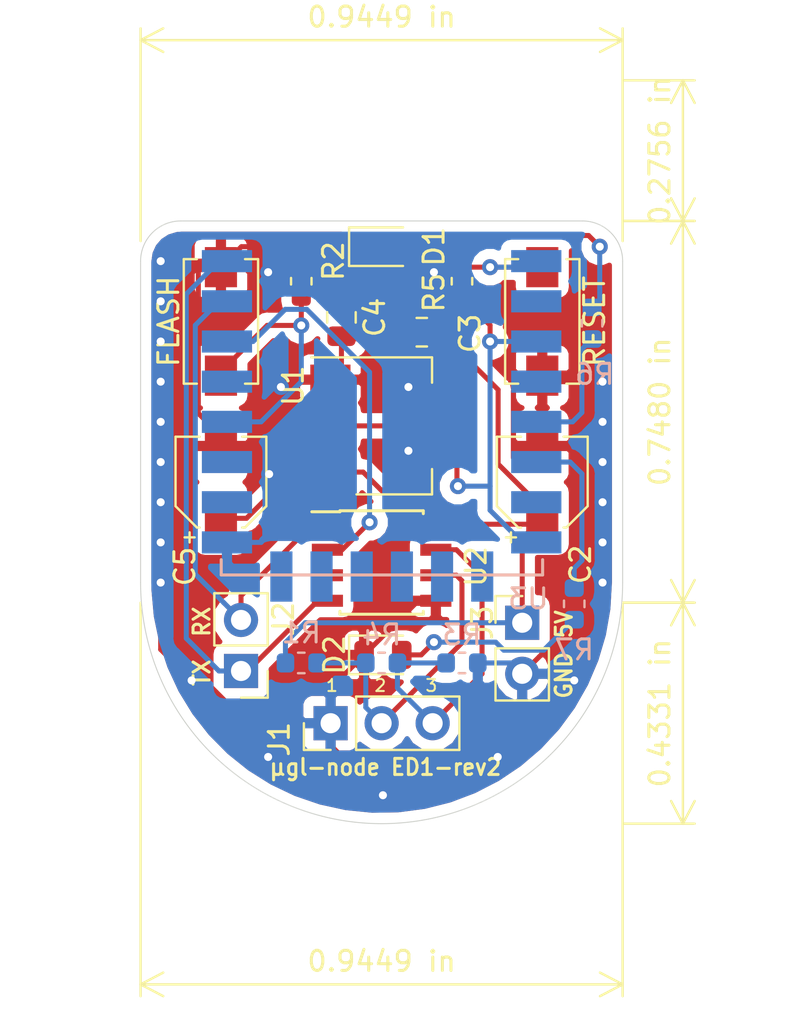
<source format=kicad_pcb>
(kicad_pcb (version 20171130) (host pcbnew 5.0.0+dfsg1-2)

  (general
    (thickness 1.6)
    (drawings 19)
    (tracks 211)
    (zones 0)
    (modules 21)
    (nets 27)
  )

  (page A4)
  (layers
    (0 F.Cu signal)
    (31 B.Cu signal)
    (32 B.Adhes user hide)
    (33 F.Adhes user hide)
    (34 B.Paste user hide)
    (35 F.Paste user hide)
    (36 B.SilkS user hide)
    (37 F.SilkS user)
    (38 B.Mask user hide)
    (39 F.Mask user hide)
    (40 Dwgs.User user hide)
    (41 Cmts.User user hide)
    (42 Eco1.User user hide)
    (43 Eco2.User user hide)
    (44 Edge.Cuts user)
    (45 Margin user hide)
    (46 B.CrtYd user hide)
    (47 F.CrtYd user hide)
    (48 B.Fab user hide)
    (49 F.Fab user hide)
  )

  (setup
    (last_trace_width 0.25)
    (trace_clearance 0.2)
    (zone_clearance 0.508)
    (zone_45_only no)
    (trace_min 0.2)
    (segment_width 0.2)
    (edge_width 0.05)
    (via_size 0.8)
    (via_drill 0.4)
    (via_min_size 0.4)
    (via_min_drill 0.3)
    (uvia_size 0.3)
    (uvia_drill 0.1)
    (uvias_allowed no)
    (uvia_min_size 0.2)
    (uvia_min_drill 0.1)
    (pcb_text_width 0.3)
    (pcb_text_size 1.5 1.5)
    (mod_edge_width 0.12)
    (mod_text_size 1 1)
    (mod_text_width 0.15)
    (pad_size 1.524 1.524)
    (pad_drill 0.762)
    (pad_to_mask_clearance 0.2)
    (aux_axis_origin 0 0)
    (visible_elements FFFFFF7F)
    (pcbplotparams
      (layerselection 0x37fff_ffffffff)
      (usegerberextensions false)
      (usegerberattributes false)
      (usegerberadvancedattributes false)
      (creategerberjobfile false)
      (excludeedgelayer true)
      (linewidth 0.100000)
      (plotframeref false)
      (viasonmask false)
      (mode 1)
      (useauxorigin false)
      (hpglpennumber 1)
      (hpglpenspeed 20)
      (hpglpendiameter 15.000000)
      (psnegative false)
      (psa4output false)
      (plotreference true)
      (plotvalue true)
      (plotinvisibletext false)
      (padsonsilk false)
      (subtractmaskfromsilk false)
      (outputformat 1)
      (mirror false)
      (drillshape 0)
      (scaleselection 1)
      (outputdirectory "gen/"))
  )

  (net 0 "")
  (net 1 GND)
  (net 2 "Net-(J1-Pad2)")
  (net 3 "Net-(J1-Pad3)")
  (net 4 +5V)
  (net 5 Flash)
  (net 6 +3V3)
  (net 7 Reset)
  (net 8 RX)
  (net 9 D_EN)
  (net 10 TX)
  (net 11 "Net-(D1-Pad2)")
  (net 12 "Net-(D2-Pad2)")
  (net 13 LEDA)
  (net 14 LEDB)
  (net 15 "Net-(U3-Pad2)")
  (net 16 "Net-(U3-Pad4)")
  (net 17 "Net-(U3-Pad7)")
  (net 18 "Net-(U3-Pad10)")
  (net 19 "Net-(U3-Pad11)")
  (net 20 "Net-(U3-Pad13)")
  (net 21 "Net-(U3-Pad17)")
  (net 22 "Net-(U3-Pad18)")
  (net 23 "Net-(U3-Pad19)")
  (net 24 "Net-(U3-Pad20)")
  (net 25 "Net-(U3-Pad21)")
  (net 26 "Net-(U3-Pad22)")

  (net_class Default "Dies ist die voreingestellte Netzklasse."
    (clearance 0.2)
    (trace_width 0.25)
    (via_dia 0.8)
    (via_drill 0.4)
    (uvia_dia 0.3)
    (uvia_drill 0.1)
    (add_net +3V3)
    (add_net +5V)
    (add_net D_EN)
    (add_net Flash)
    (add_net GND)
    (add_net LEDA)
    (add_net LEDB)
    (add_net "Net-(D1-Pad2)")
    (add_net "Net-(D2-Pad2)")
    (add_net "Net-(J1-Pad2)")
    (add_net "Net-(J1-Pad3)")
    (add_net "Net-(U3-Pad10)")
    (add_net "Net-(U3-Pad11)")
    (add_net "Net-(U3-Pad13)")
    (add_net "Net-(U3-Pad17)")
    (add_net "Net-(U3-Pad18)")
    (add_net "Net-(U3-Pad19)")
    (add_net "Net-(U3-Pad2)")
    (add_net "Net-(U3-Pad20)")
    (add_net "Net-(U3-Pad21)")
    (add_net "Net-(U3-Pad22)")
    (add_net "Net-(U3-Pad4)")
    (add_net "Net-(U3-Pad7)")
    (add_net RX)
    (add_net Reset)
    (add_net TX)
  )

  (module Connector_PinHeader_2.54mm.pretty:PinHeader_1x02_P2.54mm_Vertical (layer F.Cu) (tedit 59FED5CC) (tstamp 5B86F23E)
    (at 132 102.4 180)
    (descr "Through hole straight pin header, 1x02, 2.54mm pitch, single row")
    (tags "Through hole pin header THT 1x02 2.54mm single row")
    (path /5B85591E)
    (fp_text reference J2 (at -2.112 2.578 270) (layer F.SilkS)
      (effects (font (size 1 1) (thickness 0.15)))
    )
    (fp_text value Conn_01x02_Female (at 0 4.87 180) (layer F.Fab)
      (effects (font (size 1 1) (thickness 0.15)))
    )
    (fp_text user %R (at 0 1.27 270) (layer F.Fab)
      (effects (font (size 1 1) (thickness 0.15)))
    )
    (fp_line (start 1.8 -1.8) (end -1.8 -1.8) (layer F.CrtYd) (width 0.05))
    (fp_line (start 1.8 4.35) (end 1.8 -1.8) (layer F.CrtYd) (width 0.05))
    (fp_line (start -1.8 4.35) (end 1.8 4.35) (layer F.CrtYd) (width 0.05))
    (fp_line (start -1.8 -1.8) (end -1.8 4.35) (layer F.CrtYd) (width 0.05))
    (fp_line (start -1.33 -1.33) (end 0 -1.33) (layer F.SilkS) (width 0.12))
    (fp_line (start -1.33 0) (end -1.33 -1.33) (layer F.SilkS) (width 0.12))
    (fp_line (start -1.33 1.27) (end 1.33 1.27) (layer F.SilkS) (width 0.12))
    (fp_line (start 1.33 1.27) (end 1.33 3.87) (layer F.SilkS) (width 0.12))
    (fp_line (start -1.33 1.27) (end -1.33 3.87) (layer F.SilkS) (width 0.12))
    (fp_line (start -1.33 3.87) (end 1.33 3.87) (layer F.SilkS) (width 0.12))
    (fp_line (start -1.27 -0.635) (end -0.635 -1.27) (layer F.Fab) (width 0.1))
    (fp_line (start -1.27 3.81) (end -1.27 -0.635) (layer F.Fab) (width 0.1))
    (fp_line (start 1.27 3.81) (end -1.27 3.81) (layer F.Fab) (width 0.1))
    (fp_line (start 1.27 -1.27) (end 1.27 3.81) (layer F.Fab) (width 0.1))
    (fp_line (start -0.635 -1.27) (end 1.27 -1.27) (layer F.Fab) (width 0.1))
    (pad 2 thru_hole oval (at 0 2.54 180) (size 1.7 1.7) (drill 1) (layers *.Cu *.Mask)
      (net 8 RX))
    (pad 1 thru_hole rect (at 0 0 180) (size 1.7 1.7) (drill 1) (layers *.Cu *.Mask)
      (net 10 TX))
    (model ${KISYS3DMOD}/Connector_PinHeader_2.54mm.3dshapes/PinHeader_1x02_P2.54mm_Vertical.wrl
      (at (xyz 0 0 0))
      (scale (xyz 1 1 1))
      (rotate (xyz 0 0 0))
    )
  )

  (module Connector_PinHeader_2.54mm.pretty:PinHeader_1x02_P2.54mm_Vertical (layer F.Cu) (tedit 59FED5CC) (tstamp 5B86F229)
    (at 146 100)
    (descr "Through hole straight pin header, 1x02, 2.54mm pitch, single row")
    (tags "Through hole pin header THT 1x02 2.54mm single row")
    (path /5B855962)
    (fp_text reference J3 (at -1.982 0 90) (layer F.SilkS)
      (effects (font (size 1 1) (thickness 0.15)))
    )
    (fp_text value Conn_01x02_Female (at 0 4.87) (layer F.Fab)
      (effects (font (size 1 1) (thickness 0.15)))
    )
    (fp_line (start -0.635 -1.27) (end 1.27 -1.27) (layer F.Fab) (width 0.1))
    (fp_line (start 1.27 -1.27) (end 1.27 3.81) (layer F.Fab) (width 0.1))
    (fp_line (start 1.27 3.81) (end -1.27 3.81) (layer F.Fab) (width 0.1))
    (fp_line (start -1.27 3.81) (end -1.27 -0.635) (layer F.Fab) (width 0.1))
    (fp_line (start -1.27 -0.635) (end -0.635 -1.27) (layer F.Fab) (width 0.1))
    (fp_line (start -1.33 3.87) (end 1.33 3.87) (layer F.SilkS) (width 0.12))
    (fp_line (start -1.33 1.27) (end -1.33 3.87) (layer F.SilkS) (width 0.12))
    (fp_line (start 1.33 1.27) (end 1.33 3.87) (layer F.SilkS) (width 0.12))
    (fp_line (start -1.33 1.27) (end 1.33 1.27) (layer F.SilkS) (width 0.12))
    (fp_line (start -1.33 0) (end -1.33 -1.33) (layer F.SilkS) (width 0.12))
    (fp_line (start -1.33 -1.33) (end 0 -1.33) (layer F.SilkS) (width 0.12))
    (fp_line (start -1.8 -1.8) (end -1.8 4.35) (layer F.CrtYd) (width 0.05))
    (fp_line (start -1.8 4.35) (end 1.8 4.35) (layer F.CrtYd) (width 0.05))
    (fp_line (start 1.8 4.35) (end 1.8 -1.8) (layer F.CrtYd) (width 0.05))
    (fp_line (start 1.8 -1.8) (end -1.8 -1.8) (layer F.CrtYd) (width 0.05))
    (fp_text user %R (at 0 1.27 90) (layer F.Fab)
      (effects (font (size 1 1) (thickness 0.15)))
    )
    (pad 1 thru_hole rect (at 0 0) (size 1.7 1.7) (drill 1) (layers *.Cu *.Mask)
      (net 4 +5V))
    (pad 2 thru_hole oval (at 0 2.54) (size 1.7 1.7) (drill 1) (layers *.Cu *.Mask)
      (net 1 GND))
    (model ${KISYS3DMOD}/Connector_PinHeader_2.54mm.3dshapes/PinHeader_1x02_P2.54mm_Vertical.wrl
      (at (xyz 0 0 0))
      (scale (xyz 1 1 1))
      (rotate (xyz 0 0 0))
    )
  )

  (module Connector_PinHeader_2.54mm.pretty:PinHeader_1x03_P2.54mm_Vertical (layer F.Cu) (tedit 59FED5CC) (tstamp 5B86F213)
    (at 136.46 105 90)
    (descr "Through hole straight pin header, 1x03, 2.54mm pitch, single row")
    (tags "Through hole pin header THT 1x03 2.54mm single row")
    (path /5B676346)
    (fp_text reference J1 (at -0.8 -2.56 90) (layer F.SilkS)
      (effects (font (size 1 1) (thickness 0.15)))
    )
    (fp_text value Conn_01x03_Female (at 0 7.41 90) (layer F.Fab)
      (effects (font (size 1 1) (thickness 0.15)))
    )
    (fp_line (start -0.635 -1.27) (end 1.27 -1.27) (layer F.Fab) (width 0.1))
    (fp_line (start 1.27 -1.27) (end 1.27 6.35) (layer F.Fab) (width 0.1))
    (fp_line (start 1.27 6.35) (end -1.27 6.35) (layer F.Fab) (width 0.1))
    (fp_line (start -1.27 6.35) (end -1.27 -0.635) (layer F.Fab) (width 0.1))
    (fp_line (start -1.27 -0.635) (end -0.635 -1.27) (layer F.Fab) (width 0.1))
    (fp_line (start -1.33 6.41) (end 1.33 6.41) (layer F.SilkS) (width 0.12))
    (fp_line (start -1.33 1.27) (end -1.33 6.41) (layer F.SilkS) (width 0.12))
    (fp_line (start 1.33 1.27) (end 1.33 6.41) (layer F.SilkS) (width 0.12))
    (fp_line (start -1.33 1.27) (end 1.33 1.27) (layer F.SilkS) (width 0.12))
    (fp_line (start -1.33 0) (end -1.33 -1.33) (layer F.SilkS) (width 0.12))
    (fp_line (start -1.33 -1.33) (end 0 -1.33) (layer F.SilkS) (width 0.12))
    (fp_line (start -1.8 -1.8) (end -1.8 6.85) (layer F.CrtYd) (width 0.05))
    (fp_line (start -1.8 6.85) (end 1.8 6.85) (layer F.CrtYd) (width 0.05))
    (fp_line (start 1.8 6.85) (end 1.8 -1.8) (layer F.CrtYd) (width 0.05))
    (fp_line (start 1.8 -1.8) (end -1.8 -1.8) (layer F.CrtYd) (width 0.05))
    (fp_text user %R (at 0 2.54 180) (layer F.Fab)
      (effects (font (size 1 1) (thickness 0.15)))
    )
    (pad 1 thru_hole rect (at 0 0 90) (size 1.7 1.7) (drill 1) (layers *.Cu *.Mask)
      (net 1 GND))
    (pad 2 thru_hole oval (at 0 2.54 90) (size 1.7 1.7) (drill 1) (layers *.Cu *.Mask)
      (net 2 "Net-(J1-Pad2)"))
    (pad 3 thru_hole oval (at 0 5.08 90) (size 1.7 1.7) (drill 1) (layers *.Cu *.Mask)
      (net 3 "Net-(J1-Pad3)"))
    (model ${KISYS3DMOD}/Connector_PinHeader_2.54mm.3dshapes/PinHeader_1x03_P2.54mm_Vertical.wrl
      (at (xyz 0 0 0))
      (scale (xyz 1 1 1))
      (rotate (xyz 0 0 0))
    )
  )

  (module Capacitor_SMD.pretty:C_0805_2012Metric (layer F.Cu) (tedit 5B36C52B) (tstamp 5B86E4BD)
    (at 141 85.5375 180)
    (descr "Capacitor SMD 0805 (2012 Metric), square (rectangular) end terminal, IPC_7351 nominal, (Body size source: https://docs.google.com/spreadsheets/d/1BsfQQcO9C6DZCsRaXUlFlo91Tg2WpOkGARC1WS5S8t0/edit?usp=sharing), generated with kicad-footprint-generator")
    (tags capacitor)
    (path /5B82EB46)
    (attr smd)
    (fp_text reference C3 (at -2.4 -0.0625 270) (layer F.SilkS)
      (effects (font (size 1 1) (thickness 0.15)))
    )
    (fp_text value 100nF (at 0 1.65 180) (layer F.Fab)
      (effects (font (size 1 1) (thickness 0.15)))
    )
    (fp_text user %R (at 0 0 180) (layer F.Fab)
      (effects (font (size 0.5 0.5) (thickness 0.08)))
    )
    (fp_line (start 1.68 0.95) (end -1.68 0.95) (layer F.CrtYd) (width 0.05))
    (fp_line (start 1.68 -0.95) (end 1.68 0.95) (layer F.CrtYd) (width 0.05))
    (fp_line (start -1.68 -0.95) (end 1.68 -0.95) (layer F.CrtYd) (width 0.05))
    (fp_line (start -1.68 0.95) (end -1.68 -0.95) (layer F.CrtYd) (width 0.05))
    (fp_line (start -0.258578 0.71) (end 0.258578 0.71) (layer F.SilkS) (width 0.12))
    (fp_line (start -0.258578 -0.71) (end 0.258578 -0.71) (layer F.SilkS) (width 0.12))
    (fp_line (start 1 0.6) (end -1 0.6) (layer F.Fab) (width 0.1))
    (fp_line (start 1 -0.6) (end 1 0.6) (layer F.Fab) (width 0.1))
    (fp_line (start -1 -0.6) (end 1 -0.6) (layer F.Fab) (width 0.1))
    (fp_line (start -1 0.6) (end -1 -0.6) (layer F.Fab) (width 0.1))
    (pad 2 smd roundrect (at 0.9375 0 180) (size 0.975 1.4) (layers F.Cu F.Paste F.Mask) (roundrect_rratio 0.25)
      (net 1 GND))
    (pad 1 smd roundrect (at -0.9375 0 180) (size 0.975 1.4) (layers F.Cu F.Paste F.Mask) (roundrect_rratio 0.25)
      (net 4 +5V))
    (model ${KISYS3DMOD}/Capacitor_SMD.3dshapes/C_0805_2012Metric.wrl
      (at (xyz 0 0 0))
      (scale (xyz 1 1 1))
      (rotate (xyz 0 0 0))
    )
  )

  (module Capacitor_SMD.pretty:C_0805_2012Metric (layer F.Cu) (tedit 5B36C52B) (tstamp 5B86E4AC)
    (at 137 84.8 270)
    (descr "Capacitor SMD 0805 (2012 Metric), square (rectangular) end terminal, IPC_7351 nominal, (Body size source: https://docs.google.com/spreadsheets/d/1BsfQQcO9C6DZCsRaXUlFlo91Tg2WpOkGARC1WS5S8t0/edit?usp=sharing), generated with kicad-footprint-generator")
    (tags capacitor)
    (path /5B82EBB9)
    (attr smd)
    (fp_text reference C4 (at 0 -1.65 270) (layer F.SilkS)
      (effects (font (size 1 1) (thickness 0.15)))
    )
    (fp_text value 100nF (at 0 1.65 270) (layer F.Fab)
      (effects (font (size 1 1) (thickness 0.15)))
    )
    (fp_line (start -1 0.6) (end -1 -0.6) (layer F.Fab) (width 0.1))
    (fp_line (start -1 -0.6) (end 1 -0.6) (layer F.Fab) (width 0.1))
    (fp_line (start 1 -0.6) (end 1 0.6) (layer F.Fab) (width 0.1))
    (fp_line (start 1 0.6) (end -1 0.6) (layer F.Fab) (width 0.1))
    (fp_line (start -0.258578 -0.71) (end 0.258578 -0.71) (layer F.SilkS) (width 0.12))
    (fp_line (start -0.258578 0.71) (end 0.258578 0.71) (layer F.SilkS) (width 0.12))
    (fp_line (start -1.68 0.95) (end -1.68 -0.95) (layer F.CrtYd) (width 0.05))
    (fp_line (start -1.68 -0.95) (end 1.68 -0.95) (layer F.CrtYd) (width 0.05))
    (fp_line (start 1.68 -0.95) (end 1.68 0.95) (layer F.CrtYd) (width 0.05))
    (fp_line (start 1.68 0.95) (end -1.68 0.95) (layer F.CrtYd) (width 0.05))
    (fp_text user %R (at 0 0 270) (layer F.Fab)
      (effects (font (size 0.5 0.5) (thickness 0.08)))
    )
    (pad 1 smd roundrect (at -0.9375 0 270) (size 0.975 1.4) (layers F.Cu F.Paste F.Mask) (roundrect_rratio 0.25)
      (net 6 +3V3))
    (pad 2 smd roundrect (at 0.9375 0 270) (size 0.975 1.4) (layers F.Cu F.Paste F.Mask) (roundrect_rratio 0.25)
      (net 1 GND))
    (model ${KISYS3DMOD}/Capacitor_SMD.3dshapes/C_0805_2012Metric.wrl
      (at (xyz 0 0 0))
      (scale (xyz 1 1 1))
      (rotate (xyz 0 0 0))
    )
  )

  (module Capacitor_SMD.pretty:CP_Elec_4x4.5 (layer F.Cu) (tedit 5A841F9D) (tstamp 5B86CD65)
    (at 147 93 90)
    (descr "SMT capacitor, aluminium electrolytic, 4x4.5, Nichicon ")
    (tags "Capacitor Electrolytic")
    (path /5B82EC5F)
    (attr smd)
    (fp_text reference C2 (at -4.1 1.9 90) (layer F.SilkS)
      (effects (font (size 1 1) (thickness 0.15)))
    )
    (fp_text value 22uF (at 0 3.2 90) (layer F.Fab)
      (effects (font (size 1 1) (thickness 0.15)))
    )
    (fp_text user %R (at 0 0 90) (layer F.Fab)
      (effects (font (size 0.8 0.8) (thickness 0.12)))
    )
    (fp_line (start -3.35 1.05) (end -2.4 1.05) (layer F.CrtYd) (width 0.05))
    (fp_line (start -3.35 -1.05) (end -3.35 1.05) (layer F.CrtYd) (width 0.05))
    (fp_line (start -2.4 -1.05) (end -3.35 -1.05) (layer F.CrtYd) (width 0.05))
    (fp_line (start -2.4 1.05) (end -2.4 1.25) (layer F.CrtYd) (width 0.05))
    (fp_line (start -2.4 -1.25) (end -2.4 -1.05) (layer F.CrtYd) (width 0.05))
    (fp_line (start -2.4 -1.25) (end -1.25 -2.4) (layer F.CrtYd) (width 0.05))
    (fp_line (start -2.4 1.25) (end -1.25 2.4) (layer F.CrtYd) (width 0.05))
    (fp_line (start -1.25 -2.4) (end 2.4 -2.4) (layer F.CrtYd) (width 0.05))
    (fp_line (start -1.25 2.4) (end 2.4 2.4) (layer F.CrtYd) (width 0.05))
    (fp_line (start 2.4 1.05) (end 2.4 2.4) (layer F.CrtYd) (width 0.05))
    (fp_line (start 3.35 1.05) (end 2.4 1.05) (layer F.CrtYd) (width 0.05))
    (fp_line (start 3.35 -1.05) (end 3.35 1.05) (layer F.CrtYd) (width 0.05))
    (fp_line (start 2.4 -1.05) (end 3.35 -1.05) (layer F.CrtYd) (width 0.05))
    (fp_line (start 2.4 -2.4) (end 2.4 -1.05) (layer F.CrtYd) (width 0.05))
    (fp_line (start -2.75 -1.81) (end -2.75 -1.31) (layer F.SilkS) (width 0.12))
    (fp_line (start -3 -1.56) (end -2.5 -1.56) (layer F.SilkS) (width 0.12))
    (fp_line (start -2.26 1.195563) (end -1.195563 2.26) (layer F.SilkS) (width 0.12))
    (fp_line (start -2.26 -1.195563) (end -1.195563 -2.26) (layer F.SilkS) (width 0.12))
    (fp_line (start -2.26 -1.195563) (end -2.26 -1.06) (layer F.SilkS) (width 0.12))
    (fp_line (start -2.26 1.195563) (end -2.26 1.06) (layer F.SilkS) (width 0.12))
    (fp_line (start -1.195563 2.26) (end 2.26 2.26) (layer F.SilkS) (width 0.12))
    (fp_line (start -1.195563 -2.26) (end 2.26 -2.26) (layer F.SilkS) (width 0.12))
    (fp_line (start 2.26 -2.26) (end 2.26 -1.06) (layer F.SilkS) (width 0.12))
    (fp_line (start 2.26 2.26) (end 2.26 1.06) (layer F.SilkS) (width 0.12))
    (fp_line (start -1.374773 -1.2) (end -1.374773 -0.8) (layer F.Fab) (width 0.1))
    (fp_line (start -1.574773 -1) (end -1.174773 -1) (layer F.Fab) (width 0.1))
    (fp_line (start -2.15 1.15) (end -1.15 2.15) (layer F.Fab) (width 0.1))
    (fp_line (start -2.15 -1.15) (end -1.15 -2.15) (layer F.Fab) (width 0.1))
    (fp_line (start -2.15 -1.15) (end -2.15 1.15) (layer F.Fab) (width 0.1))
    (fp_line (start -1.15 2.15) (end 2.15 2.15) (layer F.Fab) (width 0.1))
    (fp_line (start -1.15 -2.15) (end 2.15 -2.15) (layer F.Fab) (width 0.1))
    (fp_line (start 2.15 -2.15) (end 2.15 2.15) (layer F.Fab) (width 0.1))
    (fp_circle (center 0 0) (end 2 0) (layer F.Fab) (width 0.1))
    (pad 2 smd rect (at 1.8 0 90) (size 2.6 1.6) (layers F.Cu F.Paste F.Mask)
      (net 1 GND))
    (pad 1 smd rect (at -1.8 0 90) (size 2.6 1.6) (layers F.Cu F.Paste F.Mask)
      (net 4 +5V))
    (model ${KISYS3DMOD}/Capacitor_SMD.3dshapes/CP_Elec_4x4.5.wrl
      (at (xyz 0 0 0))
      (scale (xyz 1 1 1))
      (rotate (xyz 0 0 0))
    )
  )

  (module Capacitor_SMD.pretty:CP_Elec_4x4.5 (layer F.Cu) (tedit 5A841F9D) (tstamp 5B86CD3E)
    (at 131 93 90)
    (descr "SMT capacitor, aluminium electrolytic, 4x4.5, Nichicon ")
    (tags "Capacitor Electrolytic")
    (path /5B82ED0C)
    (attr smd)
    (fp_text reference C5 (at -4.2 -1.8 90) (layer F.SilkS)
      (effects (font (size 1 1) (thickness 0.15)))
    )
    (fp_text value 47uF (at 0 3.2 90) (layer F.Fab)
      (effects (font (size 1 1) (thickness 0.15)))
    )
    (fp_circle (center 0 0) (end 2 0) (layer F.Fab) (width 0.1))
    (fp_line (start 2.15 -2.15) (end 2.15 2.15) (layer F.Fab) (width 0.1))
    (fp_line (start -1.15 -2.15) (end 2.15 -2.15) (layer F.Fab) (width 0.1))
    (fp_line (start -1.15 2.15) (end 2.15 2.15) (layer F.Fab) (width 0.1))
    (fp_line (start -2.15 -1.15) (end -2.15 1.15) (layer F.Fab) (width 0.1))
    (fp_line (start -2.15 -1.15) (end -1.15 -2.15) (layer F.Fab) (width 0.1))
    (fp_line (start -2.15 1.15) (end -1.15 2.15) (layer F.Fab) (width 0.1))
    (fp_line (start -1.574773 -1) (end -1.174773 -1) (layer F.Fab) (width 0.1))
    (fp_line (start -1.374773 -1.2) (end -1.374773 -0.8) (layer F.Fab) (width 0.1))
    (fp_line (start 2.26 2.26) (end 2.26 1.06) (layer F.SilkS) (width 0.12))
    (fp_line (start 2.26 -2.26) (end 2.26 -1.06) (layer F.SilkS) (width 0.12))
    (fp_line (start -1.195563 -2.26) (end 2.26 -2.26) (layer F.SilkS) (width 0.12))
    (fp_line (start -1.195563 2.26) (end 2.26 2.26) (layer F.SilkS) (width 0.12))
    (fp_line (start -2.26 1.195563) (end -2.26 1.06) (layer F.SilkS) (width 0.12))
    (fp_line (start -2.26 -1.195563) (end -2.26 -1.06) (layer F.SilkS) (width 0.12))
    (fp_line (start -2.26 -1.195563) (end -1.195563 -2.26) (layer F.SilkS) (width 0.12))
    (fp_line (start -2.26 1.195563) (end -1.195563 2.26) (layer F.SilkS) (width 0.12))
    (fp_line (start -3 -1.56) (end -2.5 -1.56) (layer F.SilkS) (width 0.12))
    (fp_line (start -2.75 -1.81) (end -2.75 -1.31) (layer F.SilkS) (width 0.12))
    (fp_line (start 2.4 -2.4) (end 2.4 -1.05) (layer F.CrtYd) (width 0.05))
    (fp_line (start 2.4 -1.05) (end 3.35 -1.05) (layer F.CrtYd) (width 0.05))
    (fp_line (start 3.35 -1.05) (end 3.35 1.05) (layer F.CrtYd) (width 0.05))
    (fp_line (start 3.35 1.05) (end 2.4 1.05) (layer F.CrtYd) (width 0.05))
    (fp_line (start 2.4 1.05) (end 2.4 2.4) (layer F.CrtYd) (width 0.05))
    (fp_line (start -1.25 2.4) (end 2.4 2.4) (layer F.CrtYd) (width 0.05))
    (fp_line (start -1.25 -2.4) (end 2.4 -2.4) (layer F.CrtYd) (width 0.05))
    (fp_line (start -2.4 1.25) (end -1.25 2.4) (layer F.CrtYd) (width 0.05))
    (fp_line (start -2.4 -1.25) (end -1.25 -2.4) (layer F.CrtYd) (width 0.05))
    (fp_line (start -2.4 -1.25) (end -2.4 -1.05) (layer F.CrtYd) (width 0.05))
    (fp_line (start -2.4 1.05) (end -2.4 1.25) (layer F.CrtYd) (width 0.05))
    (fp_line (start -2.4 -1.05) (end -3.35 -1.05) (layer F.CrtYd) (width 0.05))
    (fp_line (start -3.35 -1.05) (end -3.35 1.05) (layer F.CrtYd) (width 0.05))
    (fp_line (start -3.35 1.05) (end -2.4 1.05) (layer F.CrtYd) (width 0.05))
    (fp_text user %R (at 0 0 90) (layer F.Fab)
      (effects (font (size 0.8 0.8) (thickness 0.12)))
    )
    (pad 1 smd rect (at -1.8 0 90) (size 2.6 1.6) (layers F.Cu F.Paste F.Mask)
      (net 6 +3V3))
    (pad 2 smd rect (at 1.8 0 90) (size 2.6 1.6) (layers F.Cu F.Paste F.Mask)
      (net 1 GND))
    (model ${KISYS3DMOD}/Capacitor_SMD.3dshapes/CP_Elec_4x4.5.wrl
      (at (xyz 0 0 0))
      (scale (xyz 1 1 1))
      (rotate (xyz 0 0 0))
    )
  )

  (module Package_TO_SOT_SMD.pretty:SOT-223-3_TabPin2 (layer F.Cu) (tedit 5A02FF57) (tstamp 5B836042)
    (at 139.6 90.2)
    (descr "module CMS SOT223 4 pins")
    (tags "CMS SOT")
    (path /5B82E643)
    (attr smd)
    (fp_text reference U1 (at -5 -2 90) (layer F.SilkS)
      (effects (font (size 1 1) (thickness 0.15)))
    )
    (fp_text value AMS1117-3.3 (at 0 4.5) (layer F.Fab)
      (effects (font (size 1 1) (thickness 0.15)))
    )
    (fp_text user %R (at 0 0 90) (layer F.Fab)
      (effects (font (size 0.8 0.8) (thickness 0.12)))
    )
    (fp_line (start 1.91 3.41) (end 1.91 2.15) (layer F.SilkS) (width 0.12))
    (fp_line (start 1.91 -3.41) (end 1.91 -2.15) (layer F.SilkS) (width 0.12))
    (fp_line (start 4.4 -3.6) (end -4.4 -3.6) (layer F.CrtYd) (width 0.05))
    (fp_line (start 4.4 3.6) (end 4.4 -3.6) (layer F.CrtYd) (width 0.05))
    (fp_line (start -4.4 3.6) (end 4.4 3.6) (layer F.CrtYd) (width 0.05))
    (fp_line (start -4.4 -3.6) (end -4.4 3.6) (layer F.CrtYd) (width 0.05))
    (fp_line (start -1.85 -2.35) (end -0.85 -3.35) (layer F.Fab) (width 0.1))
    (fp_line (start -1.85 -2.35) (end -1.85 3.35) (layer F.Fab) (width 0.1))
    (fp_line (start -1.85 3.41) (end 1.91 3.41) (layer F.SilkS) (width 0.12))
    (fp_line (start -0.85 -3.35) (end 1.85 -3.35) (layer F.Fab) (width 0.1))
    (fp_line (start -4.1 -3.41) (end 1.91 -3.41) (layer F.SilkS) (width 0.12))
    (fp_line (start -1.85 3.35) (end 1.85 3.35) (layer F.Fab) (width 0.1))
    (fp_line (start 1.85 -3.35) (end 1.85 3.35) (layer F.Fab) (width 0.1))
    (pad 2 smd rect (at 3.15 0) (size 2 3.8) (layers F.Cu F.Paste F.Mask)
      (net 6 +3V3))
    (pad 2 smd rect (at -3.15 0) (size 2 1.5) (layers F.Cu F.Paste F.Mask)
      (net 6 +3V3))
    (pad 3 smd rect (at -3.15 2.3) (size 2 1.5) (layers F.Cu F.Paste F.Mask)
      (net 4 +5V))
    (pad 1 smd rect (at -3.15 -2.3) (size 2 1.5) (layers F.Cu F.Paste F.Mask)
      (net 1 GND))
    (model ${KISYS3DMOD}/Package_TO_SOT_SMD.3dshapes/SOT-223.wrl
      (at (xyz 0 0 0))
      (scale (xyz 1 1 1))
      (rotate (xyz 0 0 0))
    )
  )

  (module Button_Switch_SMD.pretty:SW_SPST_EVQPE1 (layer F.Cu) (tedit 5A02FC95) (tstamp 5B7B5B19)
    (at 147 85 90)
    (descr "Light Touch Switch, https://industrial.panasonic.com/cdbs/www-data/pdf/ATK0000/ATK0000CE7.pdf")
    (path /5B7EF36C)
    (attr smd)
    (fp_text reference RESET (at 0 2.6 90) (layer F.SilkS)
      (effects (font (size 1 1) (thickness 0.15)))
    )
    (fp_text value SW_Push (at 0 3 90) (layer F.Fab)
      (effects (font (size 1 1) (thickness 0.15)))
    )
    (fp_line (start -3.1 1.85) (end 3.1 1.85) (layer F.SilkS) (width 0.12))
    (fp_line (start 3.1 -1.85) (end -3.1 -1.85) (layer F.SilkS) (width 0.12))
    (fp_line (start -3.1 -1.85) (end -3.1 -1.2) (layer F.SilkS) (width 0.12))
    (fp_line (start -3.1 1.2) (end -3.1 1.85) (layer F.SilkS) (width 0.12))
    (fp_line (start 3.1 1.85) (end 3.1 1.2) (layer F.SilkS) (width 0.12))
    (fp_line (start 3.1 -1.85) (end 3.1 -1.2) (layer F.SilkS) (width 0.12))
    (fp_line (start -3.95 2) (end -3.95 -2) (layer F.CrtYd) (width 0.05))
    (fp_line (start 3.95 2) (end -3.95 2) (layer F.CrtYd) (width 0.05))
    (fp_line (start 3.95 -2) (end 3.95 2) (layer F.CrtYd) (width 0.05))
    (fp_line (start -3.95 -2) (end 3.95 -2) (layer F.CrtYd) (width 0.05))
    (fp_line (start -1.4 0.7) (end -1.4 -0.7) (layer F.Fab) (width 0.1))
    (fp_line (start 1.4 0.7) (end -1.4 0.7) (layer F.Fab) (width 0.1))
    (fp_line (start 1.4 -0.7) (end 1.4 0.7) (layer F.Fab) (width 0.1))
    (fp_line (start -1.4 -0.7) (end 1.4 -0.7) (layer F.Fab) (width 0.1))
    (fp_line (start -3 -1.75) (end 3 -1.75) (layer F.Fab) (width 0.1))
    (fp_line (start -3 1.75) (end -3 -1.75) (layer F.Fab) (width 0.1))
    (fp_line (start 3 1.75) (end -3 1.75) (layer F.Fab) (width 0.1))
    (fp_line (start 3 -1.75) (end 3 1.75) (layer F.Fab) (width 0.1))
    (fp_text user %R (at 0 -2.65 90) (layer F.Fab)
      (effects (font (size 1 1) (thickness 0.15)))
    )
    (pad 1 smd rect (at -2.7 0 90) (size 2 1.6) (layers F.Cu F.Paste F.Mask)
      (net 1 GND))
    (pad 2 smd rect (at 2.7 0 90) (size 2 1.6) (layers F.Cu F.Paste F.Mask)
      (net 7 Reset))
    (model ${KISYS3DMOD}/Button_Switch_SMD.3dshapes/SW_SPST_EVQPE1.wrl
      (at (xyz 0 0 0))
      (scale (xyz 1 1 1))
      (rotate (xyz 0 0 0))
    )
  )

  (module Button_Switch_SMD.pretty:SW_SPST_EVQPE1 (layer F.Cu) (tedit 5A02FC95) (tstamp 5B7B5B00)
    (at 131 85 270)
    (descr "Light Touch Switch, https://industrial.panasonic.com/cdbs/www-data/pdf/ATK0000/ATK0000CE7.pdf")
    (path /5B7F4376)
    (attr smd)
    (fp_text reference FLASH (at 0 2.6 270) (layer F.SilkS)
      (effects (font (size 1 1) (thickness 0.15)))
    )
    (fp_text value SW_Push (at 0 3 270) (layer F.Fab)
      (effects (font (size 1 1) (thickness 0.15)))
    )
    (fp_text user %R (at 0 -2.65 270) (layer F.Fab)
      (effects (font (size 1 1) (thickness 0.15)))
    )
    (fp_line (start 3 -1.75) (end 3 1.75) (layer F.Fab) (width 0.1))
    (fp_line (start 3 1.75) (end -3 1.75) (layer F.Fab) (width 0.1))
    (fp_line (start -3 1.75) (end -3 -1.75) (layer F.Fab) (width 0.1))
    (fp_line (start -3 -1.75) (end 3 -1.75) (layer F.Fab) (width 0.1))
    (fp_line (start -1.4 -0.7) (end 1.4 -0.7) (layer F.Fab) (width 0.1))
    (fp_line (start 1.4 -0.7) (end 1.4 0.7) (layer F.Fab) (width 0.1))
    (fp_line (start 1.4 0.7) (end -1.4 0.7) (layer F.Fab) (width 0.1))
    (fp_line (start -1.4 0.7) (end -1.4 -0.7) (layer F.Fab) (width 0.1))
    (fp_line (start -3.95 -2) (end 3.95 -2) (layer F.CrtYd) (width 0.05))
    (fp_line (start 3.95 -2) (end 3.95 2) (layer F.CrtYd) (width 0.05))
    (fp_line (start 3.95 2) (end -3.95 2) (layer F.CrtYd) (width 0.05))
    (fp_line (start -3.95 2) (end -3.95 -2) (layer F.CrtYd) (width 0.05))
    (fp_line (start 3.1 -1.85) (end 3.1 -1.2) (layer F.SilkS) (width 0.12))
    (fp_line (start 3.1 1.85) (end 3.1 1.2) (layer F.SilkS) (width 0.12))
    (fp_line (start -3.1 1.2) (end -3.1 1.85) (layer F.SilkS) (width 0.12))
    (fp_line (start -3.1 -1.85) (end -3.1 -1.2) (layer F.SilkS) (width 0.12))
    (fp_line (start 3.1 -1.85) (end -3.1 -1.85) (layer F.SilkS) (width 0.12))
    (fp_line (start -3.1 1.85) (end 3.1 1.85) (layer F.SilkS) (width 0.12))
    (pad 2 smd rect (at 2.7 0 270) (size 2 1.6) (layers F.Cu F.Paste F.Mask)
      (net 5 Flash))
    (pad 1 smd rect (at -2.7 0 270) (size 2 1.6) (layers F.Cu F.Paste F.Mask)
      (net 1 GND))
    (model ${KISYS3DMOD}/Button_Switch_SMD.3dshapes/SW_SPST_EVQPE1.wrl
      (at (xyz 0 0 0))
      (scale (xyz 1 1 1))
      (rotate (xyz 0 0 0))
    )
  )

  (module Resistor_SMD.pretty:R_0603_1608Metric (layer F.Cu) (tedit 5B301BBD) (tstamp 5B7B59C6)
    (at 143 83 90)
    (descr "Resistor SMD 0603 (1608 Metric), square (rectangular) end terminal, IPC_7351 nominal, (Body size source: http://www.tortai-tech.com/upload/download/2011102023233369053.pdf), generated with kicad-footprint-generator")
    (tags resistor)
    (path /5B7EF5C6)
    (attr smd)
    (fp_text reference R5 (at -0.566 -1.395 90) (layer F.SilkS)
      (effects (font (size 1 1) (thickness 0.15)))
    )
    (fp_text value 1k (at 0 1.43 90) (layer F.Fab)
      (effects (font (size 1 1) (thickness 0.15)))
    )
    (fp_line (start -0.8 0.4) (end -0.8 -0.4) (layer F.Fab) (width 0.1))
    (fp_line (start -0.8 -0.4) (end 0.8 -0.4) (layer F.Fab) (width 0.1))
    (fp_line (start 0.8 -0.4) (end 0.8 0.4) (layer F.Fab) (width 0.1))
    (fp_line (start 0.8 0.4) (end -0.8 0.4) (layer F.Fab) (width 0.1))
    (fp_line (start -0.162779 -0.51) (end 0.162779 -0.51) (layer F.SilkS) (width 0.12))
    (fp_line (start -0.162779 0.51) (end 0.162779 0.51) (layer F.SilkS) (width 0.12))
    (fp_line (start -1.48 0.73) (end -1.48 -0.73) (layer F.CrtYd) (width 0.05))
    (fp_line (start -1.48 -0.73) (end 1.48 -0.73) (layer F.CrtYd) (width 0.05))
    (fp_line (start 1.48 -0.73) (end 1.48 0.73) (layer F.CrtYd) (width 0.05))
    (fp_line (start 1.48 0.73) (end -1.48 0.73) (layer F.CrtYd) (width 0.05))
    (fp_text user %R (at 0 0 90) (layer F.Fab)
      (effects (font (size 0.4 0.4) (thickness 0.06)))
    )
    (pad 1 smd roundrect (at -0.7875 0 90) (size 0.875 0.95) (layers F.Cu F.Paste F.Mask) (roundrect_rratio 0.25)
      (net 6 +3V3))
    (pad 2 smd roundrect (at 0.7875 0 90) (size 0.875 0.95) (layers F.Cu F.Paste F.Mask) (roundrect_rratio 0.25)
      (net 7 Reset))
    (model ${KISYS3DMOD}/Resistor_SMD.3dshapes/R_0603_1608Metric.wrl
      (at (xyz 0 0 0))
      (scale (xyz 1 1 1))
      (rotate (xyz 0 0 0))
    )
  )

  (module Resistor_SMD.pretty:R_0603_1608Metric (layer B.Cu) (tedit 5B301BBD) (tstamp 5B7B59B5)
    (at 139 102)
    (descr "Resistor SMD 0603 (1608 Metric), square (rectangular) end terminal, IPC_7351 nominal, (Body size source: http://www.tortai-tech.com/upload/download/2011102023233369053.pdf), generated with kicad-footprint-generator")
    (tags resistor)
    (path /5B7E7B44)
    (attr smd)
    (fp_text reference R4 (at 0 -1.4) (layer B.SilkS)
      (effects (font (size 1 1) (thickness 0.15)) (justify mirror))
    )
    (fp_text value 130 (at 0 -1.43) (layer B.Fab)
      (effects (font (size 1 1) (thickness 0.15)) (justify mirror))
    )
    (fp_text user %R (at 0 0) (layer B.Fab)
      (effects (font (size 0.4 0.4) (thickness 0.06)) (justify mirror))
    )
    (fp_line (start 1.48 -0.73) (end -1.48 -0.73) (layer B.CrtYd) (width 0.05))
    (fp_line (start 1.48 0.73) (end 1.48 -0.73) (layer B.CrtYd) (width 0.05))
    (fp_line (start -1.48 0.73) (end 1.48 0.73) (layer B.CrtYd) (width 0.05))
    (fp_line (start -1.48 -0.73) (end -1.48 0.73) (layer B.CrtYd) (width 0.05))
    (fp_line (start -0.162779 -0.51) (end 0.162779 -0.51) (layer B.SilkS) (width 0.12))
    (fp_line (start -0.162779 0.51) (end 0.162779 0.51) (layer B.SilkS) (width 0.12))
    (fp_line (start 0.8 -0.4) (end -0.8 -0.4) (layer B.Fab) (width 0.1))
    (fp_line (start 0.8 0.4) (end 0.8 -0.4) (layer B.Fab) (width 0.1))
    (fp_line (start -0.8 0.4) (end 0.8 0.4) (layer B.Fab) (width 0.1))
    (fp_line (start -0.8 -0.4) (end -0.8 0.4) (layer B.Fab) (width 0.1))
    (pad 2 smd roundrect (at 0.7875 0) (size 0.875 0.95) (layers B.Cu B.Paste B.Mask) (roundrect_rratio 0.25)
      (net 3 "Net-(J1-Pad3)"))
    (pad 1 smd roundrect (at -0.7875 0) (size 0.875 0.95) (layers B.Cu B.Paste B.Mask) (roundrect_rratio 0.25)
      (net 2 "Net-(J1-Pad2)"))
    (model ${KISYS3DMOD}/Resistor_SMD.3dshapes/R_0603_1608Metric.wrl
      (at (xyz 0 0 0))
      (scale (xyz 1 1 1))
      (rotate (xyz 0 0 0))
    )
  )

  (module Resistor_SMD.pretty:R_0603_1608Metric (layer B.Cu) (tedit 5B301BBD) (tstamp 5B7B59A4)
    (at 143 102)
    (descr "Resistor SMD 0603 (1608 Metric), square (rectangular) end terminal, IPC_7351 nominal, (Body size source: http://www.tortai-tech.com/upload/download/2011102023233369053.pdf), generated with kicad-footprint-generator")
    (tags resistor)
    (path /5B7E69CB)
    (attr smd)
    (fp_text reference R3 (at 0 -1.4) (layer B.SilkS)
      (effects (font (size 1 1) (thickness 0.15)) (justify mirror))
    )
    (fp_text value 560 (at 0 -1.43) (layer B.Fab)
      (effects (font (size 1 1) (thickness 0.15)) (justify mirror))
    )
    (fp_line (start -0.8 -0.4) (end -0.8 0.4) (layer B.Fab) (width 0.1))
    (fp_line (start -0.8 0.4) (end 0.8 0.4) (layer B.Fab) (width 0.1))
    (fp_line (start 0.8 0.4) (end 0.8 -0.4) (layer B.Fab) (width 0.1))
    (fp_line (start 0.8 -0.4) (end -0.8 -0.4) (layer B.Fab) (width 0.1))
    (fp_line (start -0.162779 0.51) (end 0.162779 0.51) (layer B.SilkS) (width 0.12))
    (fp_line (start -0.162779 -0.51) (end 0.162779 -0.51) (layer B.SilkS) (width 0.12))
    (fp_line (start -1.48 -0.73) (end -1.48 0.73) (layer B.CrtYd) (width 0.05))
    (fp_line (start -1.48 0.73) (end 1.48 0.73) (layer B.CrtYd) (width 0.05))
    (fp_line (start 1.48 0.73) (end 1.48 -0.73) (layer B.CrtYd) (width 0.05))
    (fp_line (start 1.48 -0.73) (end -1.48 -0.73) (layer B.CrtYd) (width 0.05))
    (fp_text user %R (at 0 0) (layer B.Fab)
      (effects (font (size 0.4 0.4) (thickness 0.06)) (justify mirror))
    )
    (pad 1 smd roundrect (at -0.7875 0) (size 0.875 0.95) (layers B.Cu B.Paste B.Mask) (roundrect_rratio 0.25)
      (net 3 "Net-(J1-Pad3)"))
    (pad 2 smd roundrect (at 0.7875 0) (size 0.875 0.95) (layers B.Cu B.Paste B.Mask) (roundrect_rratio 0.25)
      (net 1 GND))
    (model ${KISYS3DMOD}/Resistor_SMD.3dshapes/R_0603_1608Metric.wrl
      (at (xyz 0 0 0))
      (scale (xyz 1 1 1))
      (rotate (xyz 0 0 0))
    )
  )

  (module Resistor_SMD.pretty:R_0603_1608Metric (layer F.Cu) (tedit 5B301BBD) (tstamp 5B7B5993)
    (at 135 83 270)
    (descr "Resistor SMD 0603 (1608 Metric), square (rectangular) end terminal, IPC_7351 nominal, (Body size source: http://www.tortai-tech.com/upload/download/2011102023233369053.pdf), generated with kicad-footprint-generator")
    (tags resistor)
    (path /5B7F4383)
    (attr smd)
    (fp_text reference R2 (at -1 -1.6 270) (layer F.SilkS)
      (effects (font (size 1 1) (thickness 0.15)))
    )
    (fp_text value 1k (at 0 1.43 270) (layer F.Fab)
      (effects (font (size 1 1) (thickness 0.15)))
    )
    (fp_text user %R (at 0 0 270) (layer F.Fab)
      (effects (font (size 0.4 0.4) (thickness 0.06)))
    )
    (fp_line (start 1.48 0.73) (end -1.48 0.73) (layer F.CrtYd) (width 0.05))
    (fp_line (start 1.48 -0.73) (end 1.48 0.73) (layer F.CrtYd) (width 0.05))
    (fp_line (start -1.48 -0.73) (end 1.48 -0.73) (layer F.CrtYd) (width 0.05))
    (fp_line (start -1.48 0.73) (end -1.48 -0.73) (layer F.CrtYd) (width 0.05))
    (fp_line (start -0.162779 0.51) (end 0.162779 0.51) (layer F.SilkS) (width 0.12))
    (fp_line (start -0.162779 -0.51) (end 0.162779 -0.51) (layer F.SilkS) (width 0.12))
    (fp_line (start 0.8 0.4) (end -0.8 0.4) (layer F.Fab) (width 0.1))
    (fp_line (start 0.8 -0.4) (end 0.8 0.4) (layer F.Fab) (width 0.1))
    (fp_line (start -0.8 -0.4) (end 0.8 -0.4) (layer F.Fab) (width 0.1))
    (fp_line (start -0.8 0.4) (end -0.8 -0.4) (layer F.Fab) (width 0.1))
    (pad 2 smd roundrect (at 0.7875 0 270) (size 0.875 0.95) (layers F.Cu F.Paste F.Mask) (roundrect_rratio 0.25)
      (net 5 Flash))
    (pad 1 smd roundrect (at -0.7875 0 270) (size 0.875 0.95) (layers F.Cu F.Paste F.Mask) (roundrect_rratio 0.25)
      (net 6 +3V3))
    (model ${KISYS3DMOD}/Resistor_SMD.3dshapes/R_0603_1608Metric.wrl
      (at (xyz 0 0 0))
      (scale (xyz 1 1 1))
      (rotate (xyz 0 0 0))
    )
  )

  (module Resistor_SMD.pretty:R_0603_1608Metric (layer B.Cu) (tedit 5B301BBD) (tstamp 5B7B5982)
    (at 135 102)
    (descr "Resistor SMD 0603 (1608 Metric), square (rectangular) end terminal, IPC_7351 nominal, (Body size source: http://www.tortai-tech.com/upload/download/2011102023233369053.pdf), generated with kicad-footprint-generator")
    (tags resistor)
    (path /5B7E6A0A)
    (attr smd)
    (fp_text reference R1 (at 0 -1.5) (layer B.SilkS)
      (effects (font (size 1 1) (thickness 0.15)) (justify mirror))
    )
    (fp_text value 560 (at 0 -1.5) (layer B.Fab)
      (effects (font (size 1 1) (thickness 0.15)) (justify mirror))
    )
    (fp_line (start -0.8 -0.4) (end -0.8 0.4) (layer B.Fab) (width 0.1))
    (fp_line (start -0.8 0.4) (end 0.8 0.4) (layer B.Fab) (width 0.1))
    (fp_line (start 0.8 0.4) (end 0.8 -0.4) (layer B.Fab) (width 0.1))
    (fp_line (start 0.8 -0.4) (end -0.8 -0.4) (layer B.Fab) (width 0.1))
    (fp_line (start -0.162779 0.51) (end 0.162779 0.51) (layer B.SilkS) (width 0.12))
    (fp_line (start -0.162779 -0.51) (end 0.162779 -0.51) (layer B.SilkS) (width 0.12))
    (fp_line (start -1.48 -0.73) (end -1.48 0.73) (layer B.CrtYd) (width 0.05))
    (fp_line (start -1.48 0.73) (end 1.48 0.73) (layer B.CrtYd) (width 0.05))
    (fp_line (start 1.48 0.73) (end 1.48 -0.73) (layer B.CrtYd) (width 0.05))
    (fp_line (start 1.48 -0.73) (end -1.48 -0.73) (layer B.CrtYd) (width 0.05))
    (fp_text user %R (at 0 0) (layer B.Fab)
      (effects (font (size 0.4 0.4) (thickness 0.06)) (justify mirror))
    )
    (pad 1 smd roundrect (at -0.7875 0) (size 0.875 0.95) (layers B.Cu B.Paste B.Mask) (roundrect_rratio 0.25)
      (net 4 +5V))
    (pad 2 smd roundrect (at 0.7875 0) (size 0.875 0.95) (layers B.Cu B.Paste B.Mask) (roundrect_rratio 0.25)
      (net 2 "Net-(J1-Pad2)"))
    (model ${KISYS3DMOD}/Resistor_SMD.3dshapes/R_0603_1608Metric.wrl
      (at (xyz 0 0 0))
      (scale (xyz 1 1 1))
      (rotate (xyz 0 0 0))
    )
  )

  (module ESP8266.pretty:ESP-12E_SMD (layer B.Cu) (tedit 58FB7FFE) (tstamp 5B674BCD)
    (at 146 82 180)
    (descr "Module, ESP-8266, ESP-12, 16 pad, SMD")
    (tags "Module ESP-8266 ESP8266")
    (path /5B670033)
    (fp_text reference U3 (at -0.304 -16.806 180) (layer B.SilkS)
      (effects (font (size 1 1) (thickness 0.15)) (justify mirror))
    )
    (fp_text value ESP-12E (at 5.08 -6.35 90) (layer B.Fab) hide
      (effects (font (size 1 1) (thickness 0.15)) (justify mirror))
    )
    (fp_line (start -2.25 0.5) (end -2.25 8.75) (layer B.CrtYd) (width 0.05))
    (fp_line (start -2.25 8.75) (end 15.25 8.75) (layer B.CrtYd) (width 0.05))
    (fp_line (start 15.25 8.75) (end 16.25 8.75) (layer B.CrtYd) (width 0.05))
    (fp_line (start 16.25 8.75) (end 16.25 -16) (layer B.CrtYd) (width 0.05))
    (fp_line (start 16.25 -16) (end -2.25 -16) (layer B.CrtYd) (width 0.05))
    (fp_line (start -2.25 -16) (end -2.25 0.5) (layer B.CrtYd) (width 0.05))
    (fp_line (start -1.016 8.382) (end 14.986 8.382) (layer B.CrtYd) (width 0.1524))
    (fp_line (start 14.986 8.382) (end 14.986 0.889) (layer B.CrtYd) (width 0.1524))
    (fp_line (start -1.016 8.382) (end -1.016 1.016) (layer B.CrtYd) (width 0.1524))
    (fp_line (start -1.016 -14.859) (end -1.016 -15.621) (layer B.SilkS) (width 0.1524))
    (fp_line (start -1.016 -15.621) (end 14.986 -15.621) (layer B.SilkS) (width 0.1524))
    (fp_line (start 14.986 -15.621) (end 14.986 -14.859) (layer B.SilkS) (width 0.1524))
    (fp_line (start 14.992 8.4) (end -1.008 2.6) (layer B.CrtYd) (width 0.1524))
    (fp_line (start -1.008 8.4) (end 14.992 2.6) (layer B.CrtYd) (width 0.1524))
    (fp_text user "No Copper" (at 6.892 5.4 180) (layer B.CrtYd)
      (effects (font (size 1 1) (thickness 0.15)) (justify mirror))
    )
    (fp_line (start -1.008 2.6) (end 14.992 2.6) (layer B.CrtYd) (width 0.1524))
    (fp_line (start 15 8.4) (end 15 -15.6) (layer B.Fab) (width 0.05))
    (fp_line (start 14.992 -15.6) (end -1.008 -15.6) (layer B.Fab) (width 0.05))
    (fp_line (start -1.008 -15.6) (end -1.008 8.4) (layer B.Fab) (width 0.05))
    (fp_line (start -1.008 8.4) (end 14.992 8.4) (layer B.Fab) (width 0.05))
    (pad 1 smd rect (at 0 0 180) (size 2.5 1.1) (drill (offset -0.7 0)) (layers B.Cu B.Paste B.Mask)
      (net 7 Reset))
    (pad 2 smd rect (at 0 -2 180) (size 2.5 1.1) (drill (offset -0.7 0)) (layers B.Cu B.Paste B.Mask)
      (net 15 "Net-(U3-Pad2)"))
    (pad 3 smd rect (at 0 -4 180) (size 2.5 1.1) (drill (offset -0.7 0)) (layers B.Cu B.Paste B.Mask)
      (net 6 +3V3))
    (pad 4 smd rect (at 0 -6 180) (size 2.5 1.1) (drill (offset -0.7 0)) (layers B.Cu B.Paste B.Mask)
      (net 16 "Net-(U3-Pad4)"))
    (pad 5 smd rect (at 0 -8 180) (size 2.5 1.1) (drill (offset -0.7 0)) (layers B.Cu B.Paste B.Mask)
      (net 13 LEDA))
    (pad 6 smd rect (at 0 -10 180) (size 2.5 1.1) (drill (offset -0.7 0)) (layers B.Cu B.Paste B.Mask)
      (net 14 LEDB))
    (pad 7 smd rect (at 0 -12 180) (size 2.5 1.1) (drill (offset -0.7 0)) (layers B.Cu B.Paste B.Mask)
      (net 17 "Net-(U3-Pad7)"))
    (pad 8 smd rect (at 0 -14 180) (size 2.5 1.1) (drill (offset -0.7 0)) (layers B.Cu B.Paste B.Mask)
      (net 6 +3V3))
    (pad 9 smd rect (at 14 -14 180) (size 2.5 1.1) (drill (offset 0.7 0)) (layers B.Cu B.Paste B.Mask)
      (net 1 GND))
    (pad 10 smd rect (at 14 -12 180) (size 2.5 1.1) (drill (offset 0.7 0)) (layers B.Cu B.Paste B.Mask)
      (net 18 "Net-(U3-Pad10)"))
    (pad 11 smd rect (at 14 -10 180) (size 2.5 1.1) (drill (offset 0.7 0)) (layers B.Cu B.Paste B.Mask)
      (net 19 "Net-(U3-Pad11)"))
    (pad 12 smd rect (at 14 -8 180) (size 2.5 1.1) (drill (offset 0.7 0)) (layers B.Cu B.Paste B.Mask)
      (net 5 Flash))
    (pad 13 smd rect (at 14 -6 180) (size 2.5 1.1) (drill (offset 0.7 0)) (layers B.Cu B.Paste B.Mask)
      (net 20 "Net-(U3-Pad13)"))
    (pad 14 smd rect (at 14 -4 180) (size 2.5 1.1) (drill (offset 0.7 0)) (layers B.Cu B.Paste B.Mask)
      (net 9 D_EN))
    (pad 15 smd rect (at 14 -2 180) (size 2.5 1.1) (drill (offset 0.7 0)) (layers B.Cu B.Paste B.Mask)
      (net 8 RX))
    (pad 16 smd rect (at 14 0 180) (size 2.5 1.1) (drill (offset 0.7 0)) (layers B.Cu B.Paste B.Mask)
      (net 10 TX))
    (pad 17 smd rect (at 1.99 -15 90) (size 2.5 1.1) (drill (offset -0.7 0)) (layers B.Cu B.Paste B.Mask)
      (net 21 "Net-(U3-Pad17)"))
    (pad 18 smd rect (at 3.99 -15 90) (size 2.5 1.1) (drill (offset -0.7 0)) (layers B.Cu B.Paste B.Mask)
      (net 22 "Net-(U3-Pad18)"))
    (pad 19 smd rect (at 5.99 -15 90) (size 2.5 1.1) (drill (offset -0.7 0)) (layers B.Cu B.Paste B.Mask)
      (net 23 "Net-(U3-Pad19)"))
    (pad 20 smd rect (at 7.99 -15 90) (size 2.5 1.1) (drill (offset -0.7 0)) (layers B.Cu B.Paste B.Mask)
      (net 24 "Net-(U3-Pad20)"))
    (pad 21 smd rect (at 9.99 -15 90) (size 2.5 1.1) (drill (offset -0.7 0)) (layers B.Cu B.Paste B.Mask)
      (net 25 "Net-(U3-Pad21)"))
    (pad 22 smd rect (at 11.99 -15 90) (size 2.5 1.1) (drill (offset -0.7 0)) (layers B.Cu B.Paste B.Mask)
      (net 26 "Net-(U3-Pad22)"))
    (model /home/jedi/kicadlib/legacy/ESP8266.3dshapes/ESP-12-E-better.step
      (at (xyz 0 0 0))
      (scale (xyz 1 1 1))
      (rotate (xyz 0 0 0))
    )
  )

  (module Package_SO.pretty:SOIC-8_3.9x4.9mm_P1.27mm (layer F.Cu) (tedit 5A02F2D3) (tstamp 5B67469C)
    (at 139 97)
    (descr "8-Lead Plastic Small Outline (SN) - Narrow, 3.90 mm Body [SOIC] (see Microchip Packaging Specification 00000049BS.pdf)")
    (tags "SOIC 1.27")
    (path /5B66FE26)
    (attr smd)
    (fp_text reference U2 (at 4.7 0.2 90) (layer F.SilkS)
      (effects (font (size 1 1) (thickness 0.15)))
    )
    (fp_text value MAX485E (at 0 3.5) (layer F.Fab)
      (effects (font (size 1 1) (thickness 0.15)))
    )
    (fp_text user %R (at 0 0) (layer F.Fab)
      (effects (font (size 1 1) (thickness 0.15)))
    )
    (fp_line (start -0.95 -2.45) (end 1.95 -2.45) (layer F.Fab) (width 0.1))
    (fp_line (start 1.95 -2.45) (end 1.95 2.45) (layer F.Fab) (width 0.1))
    (fp_line (start 1.95 2.45) (end -1.95 2.45) (layer F.Fab) (width 0.1))
    (fp_line (start -1.95 2.45) (end -1.95 -1.45) (layer F.Fab) (width 0.1))
    (fp_line (start -1.95 -1.45) (end -0.95 -2.45) (layer F.Fab) (width 0.1))
    (fp_line (start -3.73 -2.7) (end -3.73 2.7) (layer F.CrtYd) (width 0.05))
    (fp_line (start 3.73 -2.7) (end 3.73 2.7) (layer F.CrtYd) (width 0.05))
    (fp_line (start -3.73 -2.7) (end 3.73 -2.7) (layer F.CrtYd) (width 0.05))
    (fp_line (start -3.73 2.7) (end 3.73 2.7) (layer F.CrtYd) (width 0.05))
    (fp_line (start -2.075 -2.575) (end -2.075 -2.525) (layer F.SilkS) (width 0.15))
    (fp_line (start 2.075 -2.575) (end 2.075 -2.43) (layer F.SilkS) (width 0.15))
    (fp_line (start 2.075 2.575) (end 2.075 2.43) (layer F.SilkS) (width 0.15))
    (fp_line (start -2.075 2.575) (end -2.075 2.43) (layer F.SilkS) (width 0.15))
    (fp_line (start -2.075 -2.575) (end 2.075 -2.575) (layer F.SilkS) (width 0.15))
    (fp_line (start -2.075 2.575) (end 2.075 2.575) (layer F.SilkS) (width 0.15))
    (fp_line (start -2.075 -2.525) (end -3.475 -2.525) (layer F.SilkS) (width 0.15))
    (pad 1 smd rect (at -2.7 -1.905) (size 1.55 0.6) (layers F.Cu F.Paste F.Mask)
      (net 8 RX))
    (pad 2 smd rect (at -2.7 -0.635) (size 1.55 0.6) (layers F.Cu F.Paste F.Mask)
      (net 9 D_EN))
    (pad 3 smd rect (at -2.7 0.635) (size 1.55 0.6) (layers F.Cu F.Paste F.Mask)
      (net 9 D_EN))
    (pad 4 smd rect (at -2.7 1.905) (size 1.55 0.6) (layers F.Cu F.Paste F.Mask)
      (net 10 TX))
    (pad 5 smd rect (at 2.7 1.905) (size 1.55 0.6) (layers F.Cu F.Paste F.Mask)
      (net 1 GND))
    (pad 6 smd rect (at 2.7 0.635) (size 1.55 0.6) (layers F.Cu F.Paste F.Mask)
      (net 2 "Net-(J1-Pad2)"))
    (pad 7 smd rect (at 2.7 -0.635) (size 1.55 0.6) (layers F.Cu F.Paste F.Mask)
      (net 3 "Net-(J1-Pad3)"))
    (pad 8 smd rect (at 2.7 -1.905) (size 1.55 0.6) (layers F.Cu F.Paste F.Mask)
      (net 4 +5V))
    (model ${KISYS3DMOD}/Package_SO.3dshapes/SOIC-8_3.9x4.9mm_P1.27mm.wrl
      (at (xyz 0 0 0))
      (scale (xyz 1 1 1))
      (rotate (xyz 0 0 0))
    )
  )

  (module LED_SMD:LED_0805_2012Metric (layer F.Cu) (tedit 5B36C52C) (tstamp 5BAAA7C5)
    (at 139.065 81.28)
    (descr "LED SMD 0805 (2012 Metric), square (rectangular) end terminal, IPC_7351 nominal, (Body size source: https://docs.google.com/spreadsheets/d/1BsfQQcO9C6DZCsRaXUlFlo91Tg2WpOkGARC1WS5S8t0/edit?usp=sharing), generated with kicad-footprint-generator")
    (tags diode)
    (path /5B9F19AB)
    (attr smd)
    (fp_text reference D1 (at 2.54 0 90) (layer F.SilkS)
      (effects (font (size 1 1) (thickness 0.15)))
    )
    (fp_text value LED (at 0 1.65) (layer F.Fab)
      (effects (font (size 1 1) (thickness 0.15)))
    )
    (fp_text user %R (at 0 0) (layer F.Fab)
      (effects (font (size 0.5 0.5) (thickness 0.08)))
    )
    (fp_line (start 1.68 0.95) (end -1.68 0.95) (layer F.CrtYd) (width 0.05))
    (fp_line (start 1.68 -0.95) (end 1.68 0.95) (layer F.CrtYd) (width 0.05))
    (fp_line (start -1.68 -0.95) (end 1.68 -0.95) (layer F.CrtYd) (width 0.05))
    (fp_line (start -1.68 0.95) (end -1.68 -0.95) (layer F.CrtYd) (width 0.05))
    (fp_line (start -1.685 0.96) (end 1 0.96) (layer F.SilkS) (width 0.12))
    (fp_line (start -1.685 -0.96) (end -1.685 0.96) (layer F.SilkS) (width 0.12))
    (fp_line (start 1 -0.96) (end -1.685 -0.96) (layer F.SilkS) (width 0.12))
    (fp_line (start 1 0.6) (end 1 -0.6) (layer F.Fab) (width 0.1))
    (fp_line (start -1 0.6) (end 1 0.6) (layer F.Fab) (width 0.1))
    (fp_line (start -1 -0.3) (end -1 0.6) (layer F.Fab) (width 0.1))
    (fp_line (start -0.7 -0.6) (end -1 -0.3) (layer F.Fab) (width 0.1))
    (fp_line (start 1 -0.6) (end -0.7 -0.6) (layer F.Fab) (width 0.1))
    (pad 2 smd roundrect (at 0.9375 0) (size 0.975 1.4) (layers F.Cu F.Paste F.Mask) (roundrect_rratio 0.25)
      (net 11 "Net-(D1-Pad2)"))
    (pad 1 smd roundrect (at -0.9375 0) (size 0.975 1.4) (layers F.Cu F.Paste F.Mask) (roundrect_rratio 0.25)
      (net 1 GND))
    (model ${KISYS3DMOD}/LED_SMD.3dshapes/LED_0805_2012Metric.wrl
      (at (xyz 0 0 0))
      (scale (xyz 1 1 1))
      (rotate (xyz 0 0 0))
    )
  )

  (module LED_SMD:LED_0805_2012Metric (layer F.Cu) (tedit 5B36C52C) (tstamp 5BAAA7D8)
    (at 139.065 101.6)
    (descr "LED SMD 0805 (2012 Metric), square (rectangular) end terminal, IPC_7351 nominal, (Body size source: https://docs.google.com/spreadsheets/d/1BsfQQcO9C6DZCsRaXUlFlo91Tg2WpOkGARC1WS5S8t0/edit?usp=sharing), generated with kicad-footprint-generator")
    (tags diode)
    (path /5B9F1939)
    (attr smd)
    (fp_text reference D2 (at -2.413 0 90) (layer F.SilkS)
      (effects (font (size 1 1) (thickness 0.15)))
    )
    (fp_text value LED (at 0 1.65) (layer F.Fab)
      (effects (font (size 1 1) (thickness 0.15)))
    )
    (fp_line (start 1 -0.6) (end -0.7 -0.6) (layer F.Fab) (width 0.1))
    (fp_line (start -0.7 -0.6) (end -1 -0.3) (layer F.Fab) (width 0.1))
    (fp_line (start -1 -0.3) (end -1 0.6) (layer F.Fab) (width 0.1))
    (fp_line (start -1 0.6) (end 1 0.6) (layer F.Fab) (width 0.1))
    (fp_line (start 1 0.6) (end 1 -0.6) (layer F.Fab) (width 0.1))
    (fp_line (start 1 -0.96) (end -1.685 -0.96) (layer F.SilkS) (width 0.12))
    (fp_line (start -1.685 -0.96) (end -1.685 0.96) (layer F.SilkS) (width 0.12))
    (fp_line (start -1.685 0.96) (end 1 0.96) (layer F.SilkS) (width 0.12))
    (fp_line (start -1.68 0.95) (end -1.68 -0.95) (layer F.CrtYd) (width 0.05))
    (fp_line (start -1.68 -0.95) (end 1.68 -0.95) (layer F.CrtYd) (width 0.05))
    (fp_line (start 1.68 -0.95) (end 1.68 0.95) (layer F.CrtYd) (width 0.05))
    (fp_line (start 1.68 0.95) (end -1.68 0.95) (layer F.CrtYd) (width 0.05))
    (fp_text user %R (at 0 0) (layer F.Fab)
      (effects (font (size 0.5 0.5) (thickness 0.08)))
    )
    (pad 1 smd roundrect (at -0.9375 0) (size 0.975 1.4) (layers F.Cu F.Paste F.Mask) (roundrect_rratio 0.25)
      (net 1 GND))
    (pad 2 smd roundrect (at 0.9375 0) (size 0.975 1.4) (layers F.Cu F.Paste F.Mask) (roundrect_rratio 0.25)
      (net 12 "Net-(D2-Pad2)"))
    (model ${KISYS3DMOD}/LED_SMD.3dshapes/LED_0805_2012Metric.wrl
      (at (xyz 0 0 0))
      (scale (xyz 1 1 1))
      (rotate (xyz 0 0 0))
    )
  )

  (module Resistor_SMD:R_0603_1608Metric (layer B.Cu) (tedit 5B301BBD) (tstamp 5BAAA7E9)
    (at 149.479 85.09 270)
    (descr "Resistor SMD 0603 (1608 Metric), square (rectangular) end terminal, IPC_7351 nominal, (Body size source: http://www.tortai-tech.com/upload/download/2011102023233369053.pdf), generated with kicad-footprint-generator")
    (tags resistor)
    (path /5B9F1AEE)
    (attr smd)
    (fp_text reference R6 (at 2.54 -0.127) (layer B.SilkS)
      (effects (font (size 1 1) (thickness 0.15)) (justify mirror))
    )
    (fp_text value R (at 0 -1.43 270) (layer B.Fab)
      (effects (font (size 1 1) (thickness 0.15)) (justify mirror))
    )
    (fp_line (start -0.8 -0.4) (end -0.8 0.4) (layer B.Fab) (width 0.1))
    (fp_line (start -0.8 0.4) (end 0.8 0.4) (layer B.Fab) (width 0.1))
    (fp_line (start 0.8 0.4) (end 0.8 -0.4) (layer B.Fab) (width 0.1))
    (fp_line (start 0.8 -0.4) (end -0.8 -0.4) (layer B.Fab) (width 0.1))
    (fp_line (start -0.162779 0.51) (end 0.162779 0.51) (layer B.SilkS) (width 0.12))
    (fp_line (start -0.162779 -0.51) (end 0.162779 -0.51) (layer B.SilkS) (width 0.12))
    (fp_line (start -1.48 -0.73) (end -1.48 0.73) (layer B.CrtYd) (width 0.05))
    (fp_line (start -1.48 0.73) (end 1.48 0.73) (layer B.CrtYd) (width 0.05))
    (fp_line (start 1.48 0.73) (end 1.48 -0.73) (layer B.CrtYd) (width 0.05))
    (fp_line (start 1.48 -0.73) (end -1.48 -0.73) (layer B.CrtYd) (width 0.05))
    (fp_text user %R (at 0 0 270) (layer B.Fab)
      (effects (font (size 0.4 0.4) (thickness 0.06)) (justify mirror))
    )
    (pad 1 smd roundrect (at -0.7875 0 270) (size 0.875 0.95) (layers B.Cu B.Paste B.Mask) (roundrect_rratio 0.25)
      (net 11 "Net-(D1-Pad2)"))
    (pad 2 smd roundrect (at 0.7875 0 270) (size 0.875 0.95) (layers B.Cu B.Paste B.Mask) (roundrect_rratio 0.25)
      (net 13 LEDA))
    (model ${KISYS3DMOD}/Resistor_SMD.3dshapes/R_0603_1608Metric.wrl
      (at (xyz 0 0 0))
      (scale (xyz 1 1 1))
      (rotate (xyz 0 0 0))
    )
  )

  (module Resistor_SMD:R_0603_1608Metric (layer B.Cu) (tedit 5B301BBD) (tstamp 5BAAA7FA)
    (at 148.59 99.06 270)
    (descr "Resistor SMD 0603 (1608 Metric), square (rectangular) end terminal, IPC_7351 nominal, (Body size source: http://www.tortai-tech.com/upload/download/2011102023233369053.pdf), generated with kicad-footprint-generator")
    (tags resistor)
    (path /5B9F1A21)
    (attr smd)
    (fp_text reference R7 (at 2.286 0) (layer B.SilkS)
      (effects (font (size 1 1) (thickness 0.15)) (justify mirror))
    )
    (fp_text value R (at 0 -1.43 270) (layer B.Fab)
      (effects (font (size 1 1) (thickness 0.15)) (justify mirror))
    )
    (fp_text user %R (at 0 0 270) (layer B.Fab)
      (effects (font (size 0.4 0.4) (thickness 0.06)) (justify mirror))
    )
    (fp_line (start 1.48 -0.73) (end -1.48 -0.73) (layer B.CrtYd) (width 0.05))
    (fp_line (start 1.48 0.73) (end 1.48 -0.73) (layer B.CrtYd) (width 0.05))
    (fp_line (start -1.48 0.73) (end 1.48 0.73) (layer B.CrtYd) (width 0.05))
    (fp_line (start -1.48 -0.73) (end -1.48 0.73) (layer B.CrtYd) (width 0.05))
    (fp_line (start -0.162779 -0.51) (end 0.162779 -0.51) (layer B.SilkS) (width 0.12))
    (fp_line (start -0.162779 0.51) (end 0.162779 0.51) (layer B.SilkS) (width 0.12))
    (fp_line (start 0.8 -0.4) (end -0.8 -0.4) (layer B.Fab) (width 0.1))
    (fp_line (start 0.8 0.4) (end 0.8 -0.4) (layer B.Fab) (width 0.1))
    (fp_line (start -0.8 0.4) (end 0.8 0.4) (layer B.Fab) (width 0.1))
    (fp_line (start -0.8 -0.4) (end -0.8 0.4) (layer B.Fab) (width 0.1))
    (pad 2 smd roundrect (at 0.7875 0 270) (size 0.875 0.95) (layers B.Cu B.Paste B.Mask) (roundrect_rratio 0.25)
      (net 12 "Net-(D2-Pad2)"))
    (pad 1 smd roundrect (at -0.7875 0 270) (size 0.875 0.95) (layers B.Cu B.Paste B.Mask) (roundrect_rratio 0.25)
      (net 14 LEDB))
    (model ${KISYS3DMOD}/Resistor_SMD.3dshapes/R_0603_1608Metric.wrl
      (at (xyz 0 0 0))
      (scale (xyz 1 1 1))
      (rotate (xyz 0 0 0))
    )
  )

  (gr_text "3\n" (at 141.478 103.124) (layer F.SilkS) (tstamp 5BAAB1CA)
    (effects (font (size 0.6 0.6) (thickness 0.1)))
  )
  (gr_text 2 (at 138.938 103.124) (layer F.SilkS) (tstamp 5BAAB1C7)
    (effects (font (size 0.6 0.6) (thickness 0.1)))
  )
  (gr_text 1 (at 136.525 103.124) (layer F.SilkS)
    (effects (font (size 0.6 0.6) (thickness 0.1)))
  )
  (gr_text "5V\n" (at 148.082 100.076 90) (layer F.SilkS) (tstamp 5BAAB167)
    (effects (font (size 0.8 0.75) (thickness 0.15)))
  )
  (gr_text "GND\n\n" (at 148.717 102.616 90) (layer F.SilkS) (tstamp 5BAAB165)
    (effects (font (size 0.8 0.75) (thickness 0.15)))
  )
  (gr_text "TX\n" (at 130.048 102.489 90) (layer F.SilkS) (tstamp 5BAAB161)
    (effects (font (size 0.8 0.75) (thickness 0.15)))
  )
  (gr_text RX (at 130.048 99.949 90) (layer F.SilkS) (tstamp 5BAAB15B)
    (effects (font (size 0.8 0.75) (thickness 0.15)))
  )
  (gr_text "µgl-node ED1-rev2" (at 139.192 107.188) (layer F.SilkS)
    (effects (font (size 0.8 0.75) (thickness 0.15)))
  )
  (dimension 7 (width 0.12) (layer F.SilkS)
    (gr_text "7,000 mm" (at 155.27 76.5 270) (layer F.SilkS)
      (effects (font (size 1 1) (thickness 0.15)))
    )
    (feature1 (pts (xy 151 80) (xy 154.586421 80)))
    (feature2 (pts (xy 151 73) (xy 154.586421 73)))
    (crossbar (pts (xy 154 73) (xy 154 80)))
    (arrow1a (pts (xy 154 80) (xy 153.413579 78.873496)))
    (arrow1b (pts (xy 154 80) (xy 154.586421 78.873496)))
    (arrow2a (pts (xy 154 73) (xy 153.413579 74.126504)))
    (arrow2b (pts (xy 154 73) (xy 154.586421 74.126504)))
  )
  (dimension 24 (width 0.12) (layer F.SilkS)
    (gr_text "24,000 mm" (at 139 119.27) (layer F.SilkS)
      (effects (font (size 1 1) (thickness 0.15)))
    )
    (feature1 (pts (xy 127 99) (xy 127 118.586421)))
    (feature2 (pts (xy 151 99) (xy 151 118.586421)))
    (crossbar (pts (xy 151 118) (xy 127 118)))
    (arrow1a (pts (xy 127 118) (xy 128.126504 117.413579)))
    (arrow1b (pts (xy 127 118) (xy 128.126504 118.586421)))
    (arrow2a (pts (xy 151 118) (xy 149.873496 117.413579)))
    (arrow2b (pts (xy 151 118) (xy 149.873496 118.586421)))
  )
  (dimension 11 (width 0.12) (layer F.SilkS)
    (gr_text "11,000 mm" (at 155.27 104.5 270) (layer F.SilkS)
      (effects (font (size 1 1) (thickness 0.15)))
    )
    (feature1 (pts (xy 151 110) (xy 154.586421 110)))
    (feature2 (pts (xy 151 99) (xy 154.586421 99)))
    (crossbar (pts (xy 154 99) (xy 154 110)))
    (arrow1a (pts (xy 154 110) (xy 153.413579 108.873496)))
    (arrow1b (pts (xy 154 110) (xy 154.586421 108.873496)))
    (arrow2a (pts (xy 154 99) (xy 153.413579 100.126504)))
    (arrow2b (pts (xy 154 99) (xy 154.586421 100.126504)))
  )
  (dimension 19 (width 0.12) (layer F.SilkS)
    (gr_text "19,000 mm" (at 155.27 89.5 270) (layer F.SilkS)
      (effects (font (size 1 1) (thickness 0.15)))
    )
    (feature1 (pts (xy 151 99) (xy 154.586421 99)))
    (feature2 (pts (xy 151 80) (xy 154.586421 80)))
    (crossbar (pts (xy 154 80) (xy 154 99)))
    (arrow1a (pts (xy 154 99) (xy 153.413579 97.873496)))
    (arrow1b (pts (xy 154 99) (xy 154.586421 97.873496)))
    (arrow2a (pts (xy 154 80) (xy 153.413579 81.126504)))
    (arrow2b (pts (xy 154 80) (xy 154.586421 81.126504)))
  )
  (gr_arc (start 139 98) (end 127 98) (angle -180) (layer Edge.Cuts) (width 0.05))
  (dimension 24 (width 0.12) (layer F.SilkS)
    (gr_text "24,000 mm" (at 139 69.73) (layer F.SilkS)
      (effects (font (size 1 1) (thickness 0.15)))
    )
    (feature1 (pts (xy 151 81) (xy 151 70.413579)))
    (feature2 (pts (xy 127 81) (xy 127 70.413579)))
    (crossbar (pts (xy 127 71) (xy 151 71)))
    (arrow1a (pts (xy 151 71) (xy 149.873496 71.586421)))
    (arrow1b (pts (xy 151 71) (xy 149.873496 70.413579)))
    (arrow2a (pts (xy 127 71) (xy 128.126504 71.586421)))
    (arrow2b (pts (xy 127 71) (xy 128.126504 70.413579)))
  )
  (gr_line (start 127 82) (end 127 98) (layer Edge.Cuts) (width 0.05))
  (gr_line (start 151 82) (end 151 98) (layer Edge.Cuts) (width 0.05))
  (gr_line (start 149 80) (end 129 80) (layer Edge.Cuts) (width 0.05))
  (gr_arc (start 149 82) (end 151 82) (angle -90) (layer Edge.Cuts) (width 0.05))
  (gr_arc (start 129 82) (end 129 80) (angle -90) (layer Edge.Cuts) (width 0.05))

  (segment (start 146.9875 91.2125) (end 147 91.2) (width 0.25) (layer F.Cu) (net 1) (status 30))
  (segment (start 147 91.2) (end 147 87.7) (width 0.25) (layer F.Cu) (net 1) (status 30))
  (segment (start 147 91.7) (end 147 91.2) (width 0.25) (layer F.Cu) (net 1) (status 30))
  (segment (start 146 102.54) (end 146 103.742081) (width 0.25) (layer F.Cu) (net 1) (status 10))
  (segment (start 136.46 106.1) (end 136.46 105) (width 0.25) (layer F.Cu) (net 1) (status 20))
  (segment (start 137.16 106.8) (end 136.46 106.1) (width 0.25) (layer F.Cu) (net 1))
  (segment (start 142.942081 106.8) (end 137.16 106.8) (width 0.25) (layer F.Cu) (net 1))
  (segment (start 145.46 102) (end 146 102.54) (width 0.25) (layer B.Cu) (net 1) (status 30))
  (segment (start 143.7875 102) (end 145.46 102) (width 0.25) (layer B.Cu) (net 1) (status 30))
  (segment (start 132 96) (end 133 96) (width 0.25) (layer B.Cu) (net 1) (status 10))
  (via (at 133.4 92.6) (size 0.8) (drill 0.4) (layers F.Cu B.Cu) (net 1))
  (segment (start 133 96) (end 133.4 95.6) (width 0.25) (layer B.Cu) (net 1))
  (segment (start 133.4 95.6) (end 133.4 92.6) (width 0.25) (layer B.Cu) (net 1))
  (segment (start 133.4 92.6) (end 133.4 92) (width 0.25) (layer F.Cu) (net 1))
  (segment (start 132.6 91.2) (end 131 91.2) (width 0.25) (layer F.Cu) (net 1) (status 20))
  (segment (start 133.4 92) (end 132.6 91.2) (width 0.25) (layer F.Cu) (net 1))
  (segment (start 136.2 87.9) (end 136.45 87.9) (width 0.25) (layer F.Cu) (net 1) (status 30))
  (segment (start 133.4 90.7) (end 136.2 87.9) (width 0.25) (layer F.Cu) (net 1) (status 20))
  (segment (start 133.4 92.6) (end 133.4 90.7) (width 0.25) (layer F.Cu) (net 1))
  (segment (start 129.874999 89.574999) (end 131 90.7) (width 0.25) (layer F.Cu) (net 1) (status 20))
  (segment (start 131 90.7) (end 131 91.2) (width 0.25) (layer F.Cu) (net 1) (status 30))
  (segment (start 129.874999 82.375001) (end 129.874999 89.574999) (width 0.25) (layer F.Cu) (net 1))
  (segment (start 129.95 82.3) (end 129.874999 82.375001) (width 0.25) (layer F.Cu) (net 1))
  (segment (start 131 82.3) (end 129.95 82.3) (width 0.25) (layer F.Cu) (net 1) (status 10))
  (via (at 150 88) (size 0.8) (drill 0.4) (layers F.Cu B.Cu) (net 1))
  (via (at 150 90) (size 0.8) (drill 0.4) (layers F.Cu B.Cu) (net 1))
  (via (at 150 92) (size 0.8) (drill 0.4) (layers F.Cu B.Cu) (net 1))
  (via (at 150 94) (size 0.8) (drill 0.4) (layers F.Cu B.Cu) (net 1))
  (via (at 150 96) (size 0.8) (drill 0.4) (layers F.Cu B.Cu) (net 1))
  (via (at 150 98) (size 0.8) (drill 0.4) (layers F.Cu B.Cu) (net 1))
  (via (at 128 92) (size 0.8) (drill 0.4) (layers F.Cu B.Cu) (net 1) (tstamp 5B836309))
  (via (at 128 98) (size 0.8) (drill 0.4) (layers F.Cu B.Cu) (net 1) (tstamp 5B83630A))
  (via (at 128 94) (size 0.8) (drill 0.4) (layers F.Cu B.Cu) (net 1) (tstamp 5B83630B))
  (via (at 128 82) (size 0.8) (drill 0.4) (layers F.Cu B.Cu) (net 1) (tstamp 5B83630C))
  (via (at 128 88) (size 0.8) (drill 0.4) (layers F.Cu B.Cu) (net 1) (tstamp 5B83630D))
  (via (at 128 96) (size 0.8) (drill 0.4) (layers F.Cu B.Cu) (net 1) (tstamp 5B83630E))
  (via (at 128 90) (size 0.8) (drill 0.4) (layers F.Cu B.Cu) (net 1) (tstamp 5B83630F))
  (via (at 128 84) (size 0.8) (drill 0.4) (layers F.Cu B.Cu) (net 1) (tstamp 5B836310))
  (via (at 128 86) (size 0.8) (drill 0.4) (layers F.Cu B.Cu) (net 1) (tstamp 5B836311))
  (segment (start 128 82) (end 128 84) (width 0.25) (layer F.Cu) (net 1))
  (segment (start 128 84) (end 128 86) (width 0.25) (layer F.Cu) (net 1))
  (segment (start 128 86) (end 128 88) (width 0.25) (layer F.Cu) (net 1))
  (segment (start 128 88) (end 128 90) (width 0.25) (layer F.Cu) (net 1))
  (segment (start 128 90) (end 128 92) (width 0.25) (layer F.Cu) (net 1))
  (segment (start 128 92) (end 128 94) (width 0.25) (layer F.Cu) (net 1))
  (segment (start 128 94) (end 128 96) (width 0.25) (layer F.Cu) (net 1))
  (segment (start 128 96) (end 128 98) (width 0.25) (layer F.Cu) (net 1))
  (segment (start 150 88) (end 150 90) (width 0.25) (layer F.Cu) (net 1))
  (segment (start 150 90) (end 150 92) (width 0.25) (layer F.Cu) (net 1))
  (segment (start 150 92) (end 150 94) (width 0.25) (layer F.Cu) (net 1))
  (segment (start 150 94) (end 150 96) (width 0.25) (layer F.Cu) (net 1))
  (segment (start 150 96) (end 150 98) (width 0.25) (layer F.Cu) (net 1))
  (segment (start 147.3 88) (end 147 87.7) (width 0.25) (layer F.Cu) (net 1) (status 30))
  (segment (start 150 88) (end 147.3 88) (width 0.25) (layer F.Cu) (net 1) (status 20))
  (segment (start 130.7 82) (end 131 82.3) (width 0.25) (layer F.Cu) (net 1) (status 30))
  (segment (start 128 82) (end 130.7 82) (width 0.25) (layer F.Cu) (net 1) (status 20))
  (segment (start 146.849999 101.690001) (end 146 102.54) (width 0.25) (layer F.Cu) (net 1) (status 30))
  (segment (start 149.600001 98.399999) (end 149.600001 98.939999) (width 0.25) (layer F.Cu) (net 1))
  (segment (start 150 98) (end 149.600001 98.399999) (width 0.25) (layer F.Cu) (net 1))
  (segment (start 132.314998 105) (end 136.46 105) (width 0.25) (layer F.Cu) (net 1) (status 20))
  (segment (start 137.2 85.5375) (end 137 85.7375) (width 0.25) (layer F.Cu) (net 1) (status 30))
  (segment (start 140.0625 85.5375) (end 137.2 85.5375) (width 0.25) (layer F.Cu) (net 1) (status 30))
  (segment (start 137 87.35) (end 136.45 87.9) (width 0.25) (layer F.Cu) (net 1) (status 30))
  (segment (start 137 85.7375) (end 137 87.35) (width 0.25) (layer F.Cu) (net 1) (status 30))
  (segment (start 137.571263 102.156237) (end 138.1275 101.6) (width 0.25) (layer F.Cu) (net 1))
  (segment (start 136.46 103.2675) (end 137.571263 102.156237) (width 0.25) (layer F.Cu) (net 1))
  (segment (start 136.46 105) (end 136.46 103.2675) (width 0.25) (layer F.Cu) (net 1))
  (segment (start 140.8225 98.905) (end 141.7 98.905) (width 0.25) (layer F.Cu) (net 1))
  (segment (start 138.1275 101.6) (end 140.8225 98.905) (width 0.25) (layer F.Cu) (net 1))
  (segment (start 132.02 81.28) (end 131 82.3) (width 0.25) (layer F.Cu) (net 1))
  (segment (start 138.1275 81.28) (end 132.02 81.28) (width 0.25) (layer F.Cu) (net 1))
  (via (at 139.065 108.585) (size 0.8) (drill 0.4) (layers F.Cu B.Cu) (net 1))
  (via (at 144.78 106.68) (size 0.8) (drill 0.4) (layers F.Cu B.Cu) (net 1))
  (via (at 133.35 106.68) (size 0.8) (drill 0.4) (layers F.Cu B.Cu) (net 1))
  (via (at 148.59 102.87) (size 0.8) (drill 0.4) (layers F.Cu B.Cu) (net 1))
  (via (at 129.54 102.87) (size 0.8) (drill 0.4) (layers F.Cu B.Cu) (net 1))
  (segment (start 128 101.33) (end 129.54 102.87) (width 0.25) (layer F.Cu) (net 1))
  (segment (start 128 98) (end 128 101.33) (width 0.25) (layer F.Cu) (net 1))
  (segment (start 130.184998 102.87) (end 132.314998 105) (width 0.25) (layer F.Cu) (net 1))
  (segment (start 129.54 102.87) (end 130.184998 102.87) (width 0.25) (layer F.Cu) (net 1))
  (segment (start 132.314998 105.644998) (end 133.35 106.68) (width 0.25) (layer F.Cu) (net 1))
  (segment (start 132.314998 105) (end 132.314998 105.644998) (width 0.25) (layer F.Cu) (net 1))
  (segment (start 137.28 106.8) (end 139.065 108.585) (width 0.25) (layer F.Cu) (net 1))
  (segment (start 137.16 106.8) (end 137.28 106.8) (width 0.25) (layer F.Cu) (net 1))
  (segment (start 144.78 106.68) (end 143.062081 106.68) (width 0.25) (layer F.Cu) (net 1))
  (segment (start 146 103.742081) (end 143.062081 106.68) (width 0.25) (layer F.Cu) (net 1))
  (segment (start 143.062081 106.68) (end 142.942081 106.8) (width 0.25) (layer F.Cu) (net 1))
  (segment (start 147.32 101.6) (end 146.94 101.6) (width 0.25) (layer F.Cu) (net 1))
  (segment (start 148.59 102.87) (end 147.32 101.6) (width 0.25) (layer F.Cu) (net 1))
  (segment (start 149.600001 98.939999) (end 146.94 101.6) (width 0.25) (layer F.Cu) (net 1))
  (segment (start 146.94 101.6) (end 146.849999 101.690001) (width 0.25) (layer F.Cu) (net 1))
  (via (at 140.335 88.265) (size 0.8) (drill 0.4) (layers F.Cu B.Cu) (net 1))
  (via (at 141.605 82.55) (size 0.8) (drill 0.4) (layers F.Cu B.Cu) (net 1))
  (via (at 133.985 88.265) (size 0.8) (drill 0.4) (layers F.Cu B.Cu) (net 1))
  (via (at 133.35 82.55) (size 0.8) (drill 0.4) (layers F.Cu B.Cu) (net 1))
  (via (at 140.335 91.44) (size 0.8) (drill 0.4) (layers F.Cu B.Cu) (net 1))
  (segment (start 142.725 97.635) (end 141.7 97.635) (width 0.25) (layer F.Cu) (net 2) (status 20))
  (segment (start 143 97.91) (end 142.725 97.635) (width 0.25) (layer F.Cu) (net 2))
  (segment (start 143 101) (end 143 97.91) (width 0.25) (layer F.Cu) (net 2))
  (segment (start 139 105) (end 143 101) (width 0.25) (layer F.Cu) (net 2) (status 10))
  (segment (start 135.7875 102) (end 138.2125 102) (width 0.25) (layer B.Cu) (net 2) (status 30))
  (segment (start 138.2125 104.2125) (end 139 105) (width 0.25) (layer B.Cu) (net 2) (status 30))
  (segment (start 138.2125 102) (end 138.2125 104.2125) (width 0.25) (layer B.Cu) (net 2) (status 30))
  (segment (start 142.725 96.365) (end 144 97.64) (width 0.25) (layer F.Cu) (net 3))
  (segment (start 141.7 96.365) (end 142.725 96.365) (width 0.25) (layer F.Cu) (net 3) (status 10))
  (segment (start 144 102.54) (end 141.54 105) (width 0.25) (layer F.Cu) (net 3) (status 20))
  (segment (start 144 97.64) (end 144 102.54) (width 0.25) (layer F.Cu) (net 3))
  (segment (start 139.7875 102) (end 142.2125 102) (width 0.25) (layer B.Cu) (net 3) (status 30))
  (segment (start 139.7875 103.2475) (end 141.54 105) (width 0.25) (layer B.Cu) (net 3) (status 20))
  (segment (start 139.7875 102) (end 139.7875 103.2475) (width 0.25) (layer B.Cu) (net 3) (status 10))
  (segment (start 134 102.2125) (end 134.2125 102) (width 0.25) (layer B.Cu) (net 4) (status 30))
  (segment (start 146.705 95.095) (end 147 94.8) (width 0.25) (layer F.Cu) (net 4) (status 30))
  (segment (start 141.7 95.095) (end 146.705 95.095) (width 0.25) (layer F.Cu) (net 4) (status 30))
  (segment (start 146 95.8) (end 147 94.8) (width 0.25) (layer F.Cu) (net 4) (status 20))
  (segment (start 146 100) (end 146 95.8) (width 0.25) (layer F.Cu) (net 4) (status 10))
  (segment (start 141.7 95.095) (end 141.225 95.095) (width 0.25) (layer F.Cu) (net 4) (status 30))
  (segment (start 138.08 92.5) (end 136.45 92.5) (width 0.25) (layer F.Cu) (net 4) (status 20))
  (segment (start 140.675 95.095) (end 138.08 92.5) (width 0.25) (layer F.Cu) (net 4))
  (segment (start 141.7 95.095) (end 140.675 95.095) (width 0.25) (layer F.Cu) (net 4) (status 10))
  (segment (start 134.2125 102) (end 134.2125 100.9875) (width 0.25) (layer B.Cu) (net 4) (status 10))
  (segment (start 135.2 100) (end 146 100) (width 0.25) (layer B.Cu) (net 4) (status 20))
  (segment (start 134.2125 100.9875) (end 135.2 100) (width 0.25) (layer B.Cu) (net 4))
  (segment (start 141.9375 85.5375) (end 144.8 88.4) (width 0.25) (layer F.Cu) (net 4) (status 10))
  (segment (start 147 94.3) (end 147 94.8) (width 0.25) (layer F.Cu) (net 4) (status 30))
  (segment (start 144.8 92.1) (end 147 94.3) (width 0.25) (layer F.Cu) (net 4) (status 20))
  (segment (start 144.8 88.4) (end 144.8 92.1) (width 0.25) (layer F.Cu) (net 4))
  (via (at 135 85.2) (size 0.8) (drill 0.4) (layers F.Cu B.Cu) (net 5))
  (segment (start 135 83.7875) (end 135 85.2) (width 0.25) (layer F.Cu) (net 5) (status 10))
  (segment (start 135 85.2) (end 135 88) (width 0.25) (layer B.Cu) (net 5))
  (segment (start 133 90) (end 132 90) (width 0.25) (layer B.Cu) (net 5) (status 20))
  (segment (start 135 88) (end 133 90) (width 0.25) (layer B.Cu) (net 5))
  (segment (start 131 87.5) (end 131 87.7) (width 0.25) (layer F.Cu) (net 5) (status 30))
  (segment (start 133.3 85.2) (end 131 87.5) (width 0.25) (layer F.Cu) (net 5) (status 20))
  (segment (start 135 85.2) (end 133.3 85.2) (width 0.25) (layer F.Cu) (net 5))
  (via (at 144.4 86) (size 0.8) (drill 0.4) (layers F.Cu B.Cu) (net 6))
  (segment (start 146 86) (end 144.4 86) (width 0.25) (layer B.Cu) (net 6) (status 10))
  (segment (start 144.4 85.1875) (end 143 83.7875) (width 0.25) (layer F.Cu) (net 6) (status 20))
  (segment (start 144.4 86) (end 144.4 85.1875) (width 0.25) (layer F.Cu) (net 6))
  (segment (start 146 96) (end 144.4 94.4) (width 0.25) (layer B.Cu) (net 6) (status 10))
  (segment (start 136.7 90.2) (end 136.45 90.2) (width 0.25) (layer F.Cu) (net 6) (status 30))
  (segment (start 136.2 90.2) (end 134.6 91.8) (width 0.25) (layer F.Cu) (net 6) (status 10))
  (segment (start 136.45 90.2) (end 136.2 90.2) (width 0.25) (layer F.Cu) (net 6) (status 30))
  (segment (start 132.273002 94.8) (end 131 94.8) (width 0.25) (layer F.Cu) (net 6) (status 20))
  (segment (start 134.6 92.473002) (end 132.273002 94.8) (width 0.25) (layer F.Cu) (net 6))
  (segment (start 134.6 91.8) (end 134.6 92.473002) (width 0.25) (layer F.Cu) (net 6))
  (segment (start 142.75 90.2) (end 136.45 90.2) (width 0.25) (layer F.Cu) (net 6) (status 30))
  (via (at 142.8 93.2) (size 0.8) (drill 0.4) (layers F.Cu B.Cu) (net 6))
  (segment (start 142.75 90.2) (end 142.75 93.15) (width 0.25) (layer F.Cu) (net 6) (status 10))
  (segment (start 142.75 93.15) (end 142.8 93.2) (width 0.25) (layer F.Cu) (net 6))
  (segment (start 144.4 94.4) (end 144.4 93.2) (width 0.25) (layer B.Cu) (net 6))
  (segment (start 142.8 93.2) (end 144.4 93.2) (width 0.25) (layer B.Cu) (net 6))
  (segment (start 144.4 93.2) (end 144.4 86) (width 0.25) (layer B.Cu) (net 6))
  (segment (start 137.075 83.7875) (end 137 83.8625) (width 0.25) (layer F.Cu) (net 6))
  (segment (start 143 83.7875) (end 137.075 83.7875) (width 0.25) (layer F.Cu) (net 6))
  (segment (start 137 83.025) (end 137 83.8625) (width 0.25) (layer F.Cu) (net 6))
  (segment (start 135 82.2125) (end 136.1875 82.2125) (width 0.25) (layer F.Cu) (net 6))
  (segment (start 136.1875 82.2125) (end 137 83.025) (width 0.25) (layer F.Cu) (net 6))
  (segment (start 143.0875 82.3) (end 143 82.2125) (width 0.25) (layer F.Cu) (net 7) (status 30))
  (via (at 144.4 82.3) (size 0.8) (drill 0.4) (layers F.Cu B.Cu) (net 7))
  (segment (start 144.2 82.3) (end 144.4 82.3) (width 0.25) (layer F.Cu) (net 7))
  (segment (start 144.2 82.3) (end 143.0875 82.3) (width 0.25) (layer F.Cu) (net 7) (status 20))
  (segment (start 147 82.3) (end 144.2 82.3) (width 0.25) (layer F.Cu) (net 7) (status 10))
  (segment (start 144.4 82.3) (end 145.7 82.3) (width 0.25) (layer B.Cu) (net 7) (status 20))
  (segment (start 131.150001 99.010001) (end 132 99.86) (width 0.25) (layer B.Cu) (net 8) (status 30))
  (segment (start 129.724999 97.584999) (end 131.150001 99.010001) (width 0.25) (layer B.Cu) (net 8) (status 20))
  (segment (start 129.724999 85.189999) (end 129.724999 97.584999) (width 0.25) (layer B.Cu) (net 8))
  (segment (start 130.914998 84) (end 129.724999 85.189999) (width 0.25) (layer B.Cu) (net 8) (status 10))
  (segment (start 132 84) (end 130.914998 84) (width 0.25) (layer B.Cu) (net 8) (status 30))
  (segment (start 135.562919 95.095) (end 136.3 95.095) (width 0.25) (layer F.Cu) (net 8) (status 30))
  (segment (start 132 98.657919) (end 135.562919 95.095) (width 0.25) (layer F.Cu) (net 8) (status 20))
  (segment (start 132 99.86) (end 132 98.657919) (width 0.25) (layer F.Cu) (net 8) (status 10))
  (segment (start 136.3 96.365) (end 136.3 97.635) (width 0.25) (layer F.Cu) (net 9) (status 30))
  (segment (start 132 86) (end 132.6 86) (width 0.25) (layer B.Cu) (net 9) (status 10))
  (segment (start 132.6 86) (end 134.2 84.4) (width 0.25) (layer B.Cu) (net 9))
  (segment (start 135.273002 84.4) (end 138.4 87.526998) (width 0.25) (layer B.Cu) (net 9))
  (segment (start 134.2 84.4) (end 135.273002 84.4) (width 0.25) (layer B.Cu) (net 9))
  (via (at 138.4 95) (size 0.8) (drill 0.4) (layers F.Cu B.Cu) (net 9))
  (segment (start 138.4 87.526998) (end 138.4 95) (width 0.25) (layer B.Cu) (net 9))
  (segment (start 137.035 96.365) (end 136.3 96.365) (width 0.25) (layer F.Cu) (net 9) (status 30))
  (segment (start 138.4 95) (end 137.035 96.365) (width 0.25) (layer F.Cu) (net 9) (status 20))
  (segment (start 129.274989 100.774989) (end 130.9 102.4) (width 0.25) (layer B.Cu) (net 10))
  (segment (start 129.274989 83.640009) (end 129.274989 100.774989) (width 0.25) (layer B.Cu) (net 10))
  (segment (start 130.9 102.4) (end 132 102.4) (width 0.25) (layer B.Cu) (net 10) (status 20))
  (segment (start 130.914998 82) (end 129.274989 83.640009) (width 0.25) (layer B.Cu) (net 10) (status 10))
  (segment (start 132 82) (end 130.914998 82) (width 0.25) (layer B.Cu) (net 10) (status 30))
  (segment (start 132.33 102.4) (end 132 102.4) (width 0.25) (layer F.Cu) (net 10) (status 30))
  (segment (start 135.825 98.905) (end 132.33 102.4) (width 0.25) (layer F.Cu) (net 10) (status 30))
  (segment (start 136.3 98.905) (end 135.825 98.905) (width 0.25) (layer F.Cu) (net 10) (status 30))
  (via (at 149.86 81.28) (size 0.8) (drill 0.4) (layers F.Cu B.Cu) (net 11))
  (segment (start 149.303763 80.723763) (end 149.86 81.28) (width 0.25) (layer F.Cu) (net 11))
  (segment (start 140.0025 81.28) (end 140.558737 80.723763) (width 0.25) (layer F.Cu) (net 11))
  (segment (start 140.558737 80.723763) (end 149.303763 80.723763) (width 0.25) (layer F.Cu) (net 11))
  (segment (start 149.86 83.9215) (end 149.479 84.3025) (width 0.25) (layer B.Cu) (net 11))
  (segment (start 149.86 81.28) (end 149.86 83.9215) (width 0.25) (layer B.Cu) (net 11))
  (via (at 141.605 100.965) (size 0.8) (drill 0.4) (layers F.Cu B.Cu) (net 12))
  (segment (start 140.0025 101.6) (end 140.97 101.6) (width 0.25) (layer F.Cu) (net 12))
  (segment (start 140.97 101.6) (end 141.605 100.965) (width 0.25) (layer F.Cu) (net 12))
  (segment (start 148.128388 100.309112) (end 148.59 99.8475) (width 0.25) (layer B.Cu) (net 12))
  (segment (start 145.079997 101.364999) (end 147.072501 101.364999) (width 0.25) (layer B.Cu) (net 12))
  (segment (start 147.072501 101.364999) (end 148.128388 100.309112) (width 0.25) (layer B.Cu) (net 12))
  (segment (start 144.679998 100.965) (end 145.079997 101.364999) (width 0.25) (layer B.Cu) (net 12))
  (segment (start 141.605 100.965) (end 144.679998 100.965) (width 0.25) (layer B.Cu) (net 12))
  (segment (start 146 90) (end 148.506 90) (width 0.25) (layer B.Cu) (net 13) (status 10))
  (segment (start 148.506 90) (end 148.971 89.535) (width 0.25) (layer B.Cu) (net 13))
  (segment (start 148.971 86.3855) (end 149.479 85.8775) (width 0.25) (layer B.Cu) (net 13) (status 20))
  (segment (start 148.971 89.535) (end 148.971 86.3855) (width 0.25) (layer B.Cu) (net 13))
  (segment (start 146 92) (end 148.388 92) (width 0.25) (layer B.Cu) (net 14) (status 10))
  (segment (start 148.388 92) (end 148.971 92.583) (width 0.25) (layer B.Cu) (net 14))
  (segment (start 148.971 92.583) (end 148.971 96.901) (width 0.25) (layer B.Cu) (net 14))
  (segment (start 148.59 97.282) (end 148.59 98.2725) (width 0.25) (layer B.Cu) (net 14) (status 20))
  (segment (start 148.971 96.901) (end 148.59 97.282) (width 0.25) (layer B.Cu) (net 14))

  (zone (net 1) (net_name GND) (layer F.Cu) (tstamp 5B86F652) (hatch edge 0.508)
    (connect_pads (clearance 0.508))
    (min_thickness 0.254)
    (fill yes (arc_segments 16) (thermal_gap 0.508) (thermal_bridge_width 0.508))
    (polygon
      (pts
        (xy 120 70) (xy 160 70) (xy 160 120) (xy 120 120)
      )
    )
    (filled_polygon
      (pts
        (xy 137.005 80.99425) (xy 137.16375 81.153) (xy 138.0005 81.153) (xy 138.0005 81.133) (xy 138.2545 81.133)
        (xy 138.2545 81.153) (xy 138.2745 81.153) (xy 138.2745 81.407) (xy 138.2545 81.407) (xy 138.2545 82.45625)
        (xy 138.41325 82.615) (xy 138.741309 82.615) (xy 138.974698 82.518327) (xy 139.127793 82.365233) (xy 139.128584 82.366416)
        (xy 139.417706 82.559602) (xy 139.75875 82.62744) (xy 140.24625 82.62744) (xy 140.587294 82.559602) (xy 140.876416 82.366416)
        (xy 141.069602 82.077294) (xy 141.13744 81.73625) (xy 141.13744 81.483763) (xy 142.062771 81.483763) (xy 141.943495 81.662273)
        (xy 141.87756 81.99375) (xy 141.87756 82.43125) (xy 141.943495 82.762727) (xy 142.102036 83) (xy 142.083661 83.0275)
        (xy 138.112419 83.0275) (xy 138.086416 82.988584) (xy 137.797294 82.795398) (xy 137.726414 82.781299) (xy 137.715904 82.728463)
        (xy 137.64009 82.615) (xy 137.84175 82.615) (xy 138.0005 82.45625) (xy 138.0005 81.407) (xy 137.16375 81.407)
        (xy 137.005 81.56575) (xy 137.005 81.955199) (xy 136.777831 81.72803) (xy 136.735429 81.664571) (xy 136.484037 81.496596)
        (xy 136.262352 81.4525) (xy 136.262347 81.4525) (xy 136.1875 81.437612) (xy 136.112653 81.4525) (xy 135.916339 81.4525)
        (xy 135.868739 81.381261) (xy 135.587727 81.193495) (xy 135.25625 81.12756) (xy 134.74375 81.12756) (xy 134.412273 81.193495)
        (xy 134.131261 81.381261) (xy 133.943495 81.662273) (xy 133.87756 81.99375) (xy 133.87756 82.43125) (xy 133.943495 82.762727)
        (xy 134.102036 83) (xy 133.943495 83.237273) (xy 133.87756 83.56875) (xy 133.87756 84.00625) (xy 133.943495 84.337727)
        (xy 134.011832 84.44) (xy 133.374846 84.44) (xy 133.299999 84.425112) (xy 133.225152 84.44) (xy 133.225148 84.44)
        (xy 133.003463 84.484096) (xy 132.752071 84.652071) (xy 132.709671 84.715527) (xy 131.372639 86.05256) (xy 130.2 86.05256)
        (xy 129.952235 86.101843) (xy 129.742191 86.242191) (xy 129.601843 86.452235) (xy 129.55256 86.7) (xy 129.55256 88.7)
        (xy 129.601843 88.947765) (xy 129.742191 89.157809) (xy 129.952235 89.298157) (xy 129.980209 89.303721) (xy 129.840301 89.361673)
        (xy 129.661673 89.540302) (xy 129.565 89.773691) (xy 129.565 90.91425) (xy 129.72375 91.073) (xy 130.873 91.073)
        (xy 130.873 91.053) (xy 131.127 91.053) (xy 131.127 91.073) (xy 132.27625 91.073) (xy 132.435 90.91425)
        (xy 132.435 89.773691) (xy 132.338327 89.540302) (xy 132.159699 89.361673) (xy 132.019791 89.303721) (xy 132.047765 89.298157)
        (xy 132.257809 89.157809) (xy 132.398157 88.947765) (xy 132.44744 88.7) (xy 132.44744 87.127361) (xy 133.614802 85.96)
        (xy 134.296289 85.96) (xy 134.41372 86.077431) (xy 134.794126 86.235) (xy 135.205874 86.235) (xy 135.58628 86.077431)
        (xy 135.799209 85.864502) (xy 135.823748 85.864502) (xy 135.665 86.02325) (xy 135.665 86.351309) (xy 135.732803 86.515)
        (xy 135.323691 86.515) (xy 135.090302 86.611673) (xy 134.911673 86.790301) (xy 134.815 87.02369) (xy 134.815 87.61425)
        (xy 134.97375 87.773) (xy 136.323 87.773) (xy 136.323 87.753) (xy 136.577 87.753) (xy 136.577 87.773)
        (xy 137.92625 87.773) (xy 138.085 87.61425) (xy 138.085 87.02369) (xy 137.989242 86.792511) (xy 138.059699 86.763327)
        (xy 138.238327 86.584698) (xy 138.335 86.351309) (xy 138.335 86.02325) (xy 138.17625 85.8645) (xy 137.127 85.8645)
        (xy 137.127 85.8845) (xy 136.873 85.8845) (xy 136.873 85.8645) (xy 136.853 85.8645) (xy 136.853 85.82325)
        (xy 138.94 85.82325) (xy 138.94 86.36381) (xy 139.036673 86.597199) (xy 139.215302 86.775827) (xy 139.448691 86.8725)
        (xy 139.77675 86.8725) (xy 139.9355 86.71375) (xy 139.9355 85.6645) (xy 139.09875 85.6645) (xy 138.94 85.82325)
        (xy 136.853 85.82325) (xy 136.853 85.6105) (xy 136.873 85.6105) (xy 136.873 85.5905) (xy 137.127 85.5905)
        (xy 137.127 85.6105) (xy 138.17625 85.6105) (xy 138.335 85.45175) (xy 138.335 85.123691) (xy 138.238327 84.890302)
        (xy 138.085233 84.737207) (xy 138.086416 84.736416) (xy 138.212646 84.5475) (xy 139.007803 84.5475) (xy 138.94 84.71119)
        (xy 138.94 85.25175) (xy 139.09875 85.4105) (xy 139.9355 85.4105) (xy 139.9355 85.3905) (xy 140.1895 85.3905)
        (xy 140.1895 85.4105) (xy 140.2095 85.4105) (xy 140.2095 85.6645) (xy 140.1895 85.6645) (xy 140.1895 86.71375)
        (xy 140.34825 86.8725) (xy 140.676309 86.8725) (xy 140.909698 86.775827) (xy 141.062793 86.622733) (xy 141.063584 86.623916)
        (xy 141.352706 86.817102) (xy 141.69375 86.88494) (xy 142.18125 86.88494) (xy 142.205346 86.880147) (xy 142.977758 87.65256)
        (xy 141.75 87.65256) (xy 141.502235 87.701843) (xy 141.292191 87.842191) (xy 141.151843 88.052235) (xy 141.10256 88.3)
        (xy 141.10256 89.44) (xy 138.095451 89.44) (xy 138.048157 89.202235) (xy 137.947073 89.050953) (xy 137.988327 89.009699)
        (xy 138.085 88.77631) (xy 138.085 88.18575) (xy 137.92625 88.027) (xy 136.577 88.027) (xy 136.577 88.047)
        (xy 136.323 88.047) (xy 136.323 88.027) (xy 134.97375 88.027) (xy 134.815 88.18575) (xy 134.815 88.77631)
        (xy 134.911673 89.009699) (xy 134.952927 89.050953) (xy 134.851843 89.202235) (xy 134.80256 89.45) (xy 134.80256 90.522639)
        (xy 134.11553 91.209669) (xy 134.052071 91.252071) (xy 133.884096 91.503464) (xy 133.84 91.725149) (xy 133.84 91.725153)
        (xy 133.825112 91.8) (xy 133.84 91.874847) (xy 133.84 92.1582) (xy 132.44744 93.550761) (xy 132.44744 93.5)
        (xy 132.398157 93.252235) (xy 132.257809 93.042191) (xy 132.19668 93.001346) (xy 132.338327 92.859698) (xy 132.435 92.626309)
        (xy 132.435 91.48575) (xy 132.27625 91.327) (xy 131.127 91.327) (xy 131.127 91.347) (xy 130.873 91.347)
        (xy 130.873 91.327) (xy 129.72375 91.327) (xy 129.565 91.48575) (xy 129.565 92.626309) (xy 129.661673 92.859698)
        (xy 129.80332 93.001346) (xy 129.742191 93.042191) (xy 129.601843 93.252235) (xy 129.55256 93.5) (xy 129.55256 96.1)
        (xy 129.601843 96.347765) (xy 129.742191 96.557809) (xy 129.952235 96.698157) (xy 130.2 96.74744) (xy 131.8 96.74744)
        (xy 132.047765 96.698157) (xy 132.257809 96.557809) (xy 132.398157 96.347765) (xy 132.44744 96.1) (xy 132.44744 95.540191)
        (xy 132.569539 95.515904) (xy 132.820931 95.347929) (xy 132.863333 95.28447) (xy 134.818362 93.329442) (xy 134.851843 93.497765)
        (xy 134.992191 93.707809) (xy 135.202235 93.848157) (xy 135.45 93.89744) (xy 137.45 93.89744) (xy 137.697765 93.848157)
        (xy 137.907809 93.707809) (xy 138.030055 93.524856) (xy 138.470199 93.965) (xy 138.194126 93.965) (xy 137.81372 94.122569)
        (xy 137.559361 94.376928) (xy 137.532809 94.337191) (xy 137.322765 94.196843) (xy 137.075 94.14756) (xy 135.525 94.14756)
        (xy 135.277235 94.196843) (xy 135.067191 94.337191) (xy 134.926843 94.547235) (xy 134.899769 94.683347) (xy 131.515528 98.06759)
        (xy 131.452072 98.10999) (xy 131.409672 98.173446) (xy 131.409671 98.173447) (xy 131.284097 98.361382) (xy 131.240287 98.58163)
        (xy 130.929375 98.789375) (xy 130.601161 99.280582) (xy 130.485908 99.86) (xy 130.601161 100.439418) (xy 130.929375 100.930625)
        (xy 130.947619 100.942816) (xy 130.902235 100.951843) (xy 130.692191 101.092191) (xy 130.551843 101.302235) (xy 130.50256 101.55)
        (xy 130.50256 103.25) (xy 130.551843 103.497765) (xy 130.692191 103.707809) (xy 130.902235 103.848157) (xy 131.15 103.89744)
        (xy 132.85 103.89744) (xy 133.097765 103.848157) (xy 133.307809 103.707809) (xy 133.448157 103.497765) (xy 133.49744 103.25)
        (xy 133.49744 102.307361) (xy 133.919051 101.88575) (xy 137.005 101.88575) (xy 137.005 102.42631) (xy 137.101673 102.659699)
        (xy 137.280302 102.838327) (xy 137.513691 102.935) (xy 137.84175 102.935) (xy 138.0005 102.77625) (xy 138.0005 101.727)
        (xy 137.16375 101.727) (xy 137.005 101.88575) (xy 133.919051 101.88575) (xy 135.031112 100.77369) (xy 137.005 100.77369)
        (xy 137.005 101.31425) (xy 137.16375 101.473) (xy 138.0005 101.473) (xy 138.0005 100.42375) (xy 137.84175 100.265)
        (xy 137.513691 100.265) (xy 137.280302 100.361673) (xy 137.101673 100.540301) (xy 137.005 100.77369) (xy 135.031112 100.77369)
        (xy 135.952363 99.85244) (xy 137.075 99.85244) (xy 137.322765 99.803157) (xy 137.532809 99.662809) (xy 137.673157 99.452765)
        (xy 137.72244 99.205) (xy 137.72244 99.19075) (xy 140.29 99.19075) (xy 140.29 99.33131) (xy 140.386673 99.564699)
        (xy 140.565302 99.743327) (xy 140.798691 99.84) (xy 141.41425 99.84) (xy 141.573 99.68125) (xy 141.573 99.032)
        (xy 140.44875 99.032) (xy 140.29 99.19075) (xy 137.72244 99.19075) (xy 137.72244 98.605) (xy 137.673157 98.357235)
        (xy 137.614868 98.27) (xy 137.673157 98.182765) (xy 137.72244 97.935) (xy 137.72244 97.335) (xy 137.673157 97.087235)
        (xy 137.614868 97) (xy 137.673157 96.912765) (xy 137.700748 96.774053) (xy 138.439802 96.035) (xy 138.605874 96.035)
        (xy 138.98628 95.877431) (xy 139.277431 95.58628) (xy 139.435 95.205874) (xy 139.435 94.929802) (xy 140.084671 95.579473)
        (xy 140.127071 95.642929) (xy 140.345701 95.789013) (xy 140.326843 95.817235) (xy 140.27756 96.065) (xy 140.27756 96.665)
        (xy 140.326843 96.912765) (xy 140.385132 97) (xy 140.326843 97.087235) (xy 140.27756 97.335) (xy 140.27756 97.935)
        (xy 140.326843 98.182765) (xy 140.379768 98.261972) (xy 140.29 98.47869) (xy 140.29 98.61925) (xy 140.44875 98.778)
        (xy 141.573 98.778) (xy 141.573 98.758) (xy 141.827 98.758) (xy 141.827 98.778) (xy 141.847 98.778)
        (xy 141.847 99.032) (xy 141.827 99.032) (xy 141.827 99.68125) (xy 141.98575 99.84) (xy 142.24 99.84)
        (xy 142.24 100.136289) (xy 142.19128 100.087569) (xy 141.810874 99.93) (xy 141.399126 99.93) (xy 141.01872 100.087569)
        (xy 140.727569 100.37872) (xy 140.716082 100.406452) (xy 140.587294 100.320398) (xy 140.24625 100.25256) (xy 139.75875 100.25256)
        (xy 139.417706 100.320398) (xy 139.128584 100.513584) (xy 139.127793 100.514767) (xy 138.974698 100.361673) (xy 138.741309 100.265)
        (xy 138.41325 100.265) (xy 138.2545 100.42375) (xy 138.2545 101.473) (xy 138.2745 101.473) (xy 138.2745 101.727)
        (xy 138.2545 101.727) (xy 138.2545 102.77625) (xy 138.41325 102.935) (xy 138.741309 102.935) (xy 138.974698 102.838327)
        (xy 139.127793 102.685233) (xy 139.128584 102.686416) (xy 139.417706 102.879602) (xy 139.75875 102.94744) (xy 139.977759 102.94744)
        (xy 139.366408 103.558791) (xy 139.146256 103.515) (xy 138.853744 103.515) (xy 138.420582 103.601161) (xy 137.929375 103.929375)
        (xy 137.914904 103.951033) (xy 137.848327 103.790302) (xy 137.669699 103.611673) (xy 137.43631 103.515) (xy 136.74575 103.515)
        (xy 136.587 103.67375) (xy 136.587 104.873) (xy 136.607 104.873) (xy 136.607 105.127) (xy 136.587 105.127)
        (xy 136.587 106.32625) (xy 136.74575 106.485) (xy 137.43631 106.485) (xy 137.669699 106.388327) (xy 137.848327 106.209698)
        (xy 137.914904 106.048967) (xy 137.929375 106.070625) (xy 138.420582 106.398839) (xy 138.853744 106.485) (xy 139.146256 106.485)
        (xy 139.579418 106.398839) (xy 140.070625 106.070625) (xy 140.27 105.772239) (xy 140.469375 106.070625) (xy 140.960582 106.398839)
        (xy 141.393744 106.485) (xy 141.686256 106.485) (xy 142.119418 106.398839) (xy 142.610625 106.070625) (xy 142.938839 105.579418)
        (xy 143.054092 105) (xy 142.981209 104.633592) (xy 144.484476 103.130327) (xy 144.547929 103.087929) (xy 144.590327 103.024476)
        (xy 144.590329 103.024474) (xy 144.603317 103.005036) (xy 144.728355 103.306924) (xy 145.118642 103.735183) (xy 145.643108 103.981486)
        (xy 145.873 103.860819) (xy 145.873 102.667) (xy 146.127 102.667) (xy 146.127 103.860819) (xy 146.356892 103.981486)
        (xy 146.881358 103.735183) (xy 147.271645 103.306924) (xy 147.441476 102.89689) (xy 147.320155 102.667) (xy 146.127 102.667)
        (xy 145.873 102.667) (xy 145.853 102.667) (xy 145.853 102.413) (xy 145.873 102.413) (xy 145.873 102.393)
        (xy 146.127 102.393) (xy 146.127 102.413) (xy 147.320155 102.413) (xy 147.441476 102.18311) (xy 147.271645 101.773076)
        (xy 146.994292 101.468739) (xy 147.097765 101.448157) (xy 147.307809 101.307809) (xy 147.448157 101.097765) (xy 147.49744 100.85)
        (xy 147.49744 99.15) (xy 147.448157 98.902235) (xy 147.307809 98.692191) (xy 147.097765 98.551843) (xy 146.85 98.50256)
        (xy 146.76 98.50256) (xy 146.76 96.74744) (xy 147.8 96.74744) (xy 148.047765 96.698157) (xy 148.257809 96.557809)
        (xy 148.398157 96.347765) (xy 148.44744 96.1) (xy 148.44744 93.5) (xy 148.398157 93.252235) (xy 148.257809 93.042191)
        (xy 148.19668 93.001346) (xy 148.338327 92.859698) (xy 148.435 92.626309) (xy 148.435 91.48575) (xy 148.27625 91.327)
        (xy 147.127 91.327) (xy 147.127 91.347) (xy 146.873 91.347) (xy 146.873 91.327) (xy 145.72375 91.327)
        (xy 145.565 91.48575) (xy 145.565 91.790199) (xy 145.56 91.785199) (xy 145.56 88.474846) (xy 145.565 88.449709)
        (xy 145.565 88.826309) (xy 145.661673 89.059698) (xy 145.840301 89.238327) (xy 145.989193 89.3) (xy 145.840301 89.361673)
        (xy 145.661673 89.540302) (xy 145.565 89.773691) (xy 145.565 90.91425) (xy 145.72375 91.073) (xy 146.873 91.073)
        (xy 146.873 89.42375) (xy 146.74925 89.3) (xy 146.873 89.17625) (xy 146.873 87.827) (xy 147.127 87.827)
        (xy 147.127 89.17625) (xy 147.25075 89.3) (xy 147.127 89.42375) (xy 147.127 91.073) (xy 148.27625 91.073)
        (xy 148.435 90.91425) (xy 148.435 89.773691) (xy 148.338327 89.540302) (xy 148.159699 89.361673) (xy 148.010807 89.3)
        (xy 148.159699 89.238327) (xy 148.338327 89.059698) (xy 148.435 88.826309) (xy 148.435 87.98575) (xy 148.27625 87.827)
        (xy 147.127 87.827) (xy 146.873 87.827) (xy 145.72375 87.827) (xy 145.565 87.98575) (xy 145.565 88.350289)
        (xy 145.56 88.325152) (xy 145.56 88.325148) (xy 145.515904 88.103463) (xy 145.437251 87.98575) (xy 145.390329 87.915526)
        (xy 145.390327 87.915524) (xy 145.347929 87.852071) (xy 145.284476 87.809673) (xy 144.509802 87.035) (xy 144.605874 87.035)
        (xy 144.98628 86.877431) (xy 145.277431 86.58628) (xy 145.282645 86.573691) (xy 145.565 86.573691) (xy 145.565 87.41425)
        (xy 145.72375 87.573) (xy 146.873 87.573) (xy 146.873 86.22375) (xy 147.127 86.22375) (xy 147.127 87.573)
        (xy 148.27625 87.573) (xy 148.435 87.41425) (xy 148.435 86.573691) (xy 148.338327 86.340302) (xy 148.159699 86.161673)
        (xy 147.92631 86.065) (xy 147.28575 86.065) (xy 147.127 86.22375) (xy 146.873 86.22375) (xy 146.71425 86.065)
        (xy 146.07369 86.065) (xy 145.840301 86.161673) (xy 145.661673 86.340302) (xy 145.565 86.573691) (xy 145.282645 86.573691)
        (xy 145.435 86.205874) (xy 145.435 85.794126) (xy 145.277431 85.41372) (xy 145.16 85.296289) (xy 145.16 85.262347)
        (xy 145.174888 85.1875) (xy 145.16 85.112653) (xy 145.16 85.112648) (xy 145.115904 84.890963) (xy 144.947929 84.639571)
        (xy 144.884473 84.597171) (xy 144.12244 83.835139) (xy 144.12244 83.56875) (xy 144.065333 83.281652) (xy 144.194126 83.335)
        (xy 144.605874 83.335) (xy 144.98628 83.177431) (xy 145.103711 83.06) (xy 145.55256 83.06) (xy 145.55256 83.3)
        (xy 145.601843 83.547765) (xy 145.742191 83.757809) (xy 145.952235 83.898157) (xy 146.2 83.94744) (xy 147.8 83.94744)
        (xy 148.047765 83.898157) (xy 148.257809 83.757809) (xy 148.398157 83.547765) (xy 148.44744 83.3) (xy 148.44744 81.483763)
        (xy 148.825 81.483763) (xy 148.825 81.485874) (xy 148.982569 81.86628) (xy 149.27372 82.157431) (xy 149.654126 82.315)
        (xy 150.065874 82.315) (xy 150.34 82.201454) (xy 150.340001 97.980964) (xy 150.263757 99.303266) (xy 150.039318 100.589247)
        (xy 149.668557 101.840916) (xy 149.15639 103.041674) (xy 148.509603 104.175612) (xy 147.736773 105.227693) (xy 146.848143 106.183972)
        (xy 145.85549 107.031777) (xy 144.77197 107.759872) (xy 143.611948 108.358604) (xy 142.390798 108.820038) (xy 141.124699 109.13806)
        (xy 139.830441 109.308453) (xy 138.525175 109.328957) (xy 137.226201 109.199302) (xy 135.950743 108.921208) (xy 134.715698 108.498357)
        (xy 133.537448 107.93636) (xy 132.431587 107.242656) (xy 131.412793 106.426448) (xy 130.494564 105.498553) (xy 130.327705 105.28575)
        (xy 134.975 105.28575) (xy 134.975 105.976309) (xy 135.071673 106.209698) (xy 135.250301 106.388327) (xy 135.48369 106.485)
        (xy 136.17425 106.485) (xy 136.333 106.32625) (xy 136.333 105.127) (xy 135.13375 105.127) (xy 134.975 105.28575)
        (xy 130.327705 105.28575) (xy 129.689065 104.471263) (xy 129.414794 104.023691) (xy 134.975 104.023691) (xy 134.975 104.71425)
        (xy 135.13375 104.873) (xy 136.333 104.873) (xy 136.333 103.67375) (xy 136.17425 103.515) (xy 135.48369 103.515)
        (xy 135.250301 103.611673) (xy 135.071673 103.790302) (xy 134.975 104.023691) (xy 129.414794 104.023691) (xy 129.006985 103.358205)
        (xy 128.457354 102.17413) (xy 128.04746 100.934724) (xy 127.782736 99.656421) (xy 127.66546 98.342371) (xy 127.66 97.99479)
        (xy 127.66 82.58575) (xy 129.565 82.58575) (xy 129.565 83.426309) (xy 129.661673 83.659698) (xy 129.840301 83.838327)
        (xy 130.07369 83.935) (xy 130.71425 83.935) (xy 130.873 83.77625) (xy 130.873 82.427) (xy 131.127 82.427)
        (xy 131.127 83.77625) (xy 131.28575 83.935) (xy 131.92631 83.935) (xy 132.159699 83.838327) (xy 132.338327 83.659698)
        (xy 132.435 83.426309) (xy 132.435 82.58575) (xy 132.27625 82.427) (xy 131.127 82.427) (xy 130.873 82.427)
        (xy 129.72375 82.427) (xy 129.565 82.58575) (xy 127.66 82.58575) (xy 127.66 82.047018) (xy 127.720323 81.625797)
        (xy 127.876787 81.281674) (xy 127.969831 81.173691) (xy 129.565 81.173691) (xy 129.565 82.01425) (xy 129.72375 82.173)
        (xy 130.873 82.173) (xy 130.873 80.82375) (xy 131.127 80.82375) (xy 131.127 82.173) (xy 132.27625 82.173)
        (xy 132.435 82.01425) (xy 132.435 81.173691) (xy 132.338327 80.940302) (xy 132.159699 80.761673) (xy 131.92631 80.665)
        (xy 131.28575 80.665) (xy 131.127 80.82375) (xy 130.873 80.82375) (xy 130.71425 80.665) (xy 130.07369 80.665)
        (xy 129.840301 80.761673) (xy 129.661673 80.940302) (xy 129.565 81.173691) (xy 127.969831 81.173691) (xy 128.123543 80.9953)
        (xy 128.440758 80.789691) (xy 128.824794 80.67484) (xy 129.024487 80.66) (xy 137.005 80.66)
      )
    )
    (filled_polygon
      (pts
        (xy 141.10256 92.1) (xy 141.151843 92.347765) (xy 141.292191 92.557809) (xy 141.502235 92.698157) (xy 141.75 92.74744)
        (xy 141.86718 92.74744) (xy 141.765 92.994126) (xy 141.765 93.405874) (xy 141.922569 93.78628) (xy 142.21372 94.077431)
        (xy 142.383027 94.14756) (xy 140.925 94.14756) (xy 140.822709 94.167907) (xy 138.670331 92.01553) (xy 138.627929 91.952071)
        (xy 138.376537 91.784096) (xy 138.154852 91.74) (xy 138.154847 91.74) (xy 138.093004 91.727699) (xy 138.048157 91.502235)
        (xy 137.946436 91.35) (xy 138.048157 91.197765) (xy 138.095451 90.96) (xy 141.10256 90.96)
      )
    )
  )
  (zone (net 1) (net_name GND) (layer B.Cu) (tstamp 5B86F64F) (hatch edge 0.508)
    (connect_pads (clearance 0.508))
    (min_thickness 0.254)
    (fill yes (arc_segments 16) (thermal_gap 0.508) (thermal_bridge_width 0.508))
    (polygon
      (pts
        (xy 120 70) (xy 160 70) (xy 160 120) (xy 120 120)
      )
    )
    (filled_polygon
      (pts
        (xy 149.008358 80.667931) (xy 148.982569 80.69372) (xy 148.825 81.074126) (xy 148.825 81.485874) (xy 148.982569 81.86628)
        (xy 149.1 81.983711) (xy 149.100001 83.241976) (xy 148.891273 83.283495) (xy 148.610261 83.471261) (xy 148.59744 83.490449)
        (xy 148.59744 83.45) (xy 148.548157 83.202235) (xy 148.413027 83) (xy 148.548157 82.797765) (xy 148.59744 82.55)
        (xy 148.59744 81.45) (xy 148.548157 81.202235) (xy 148.407809 80.992191) (xy 148.197765 80.851843) (xy 147.95 80.80256)
        (xy 145.45 80.80256) (xy 145.202235 80.851843) (xy 144.992191 80.992191) (xy 144.851843 81.202235) (xy 144.821586 81.354351)
        (xy 144.605874 81.265) (xy 144.194126 81.265) (xy 143.81372 81.422569) (xy 143.522569 81.71372) (xy 143.365 82.094126)
        (xy 143.365 82.505874) (xy 143.522569 82.88628) (xy 143.81372 83.177431) (xy 144.194126 83.335) (xy 144.605874 83.335)
        (xy 144.845149 83.235889) (xy 144.80256 83.45) (xy 144.80256 84.55) (xy 144.851843 84.797765) (xy 144.986973 85)
        (xy 144.922678 85.096224) (xy 144.605874 84.965) (xy 144.194126 84.965) (xy 143.81372 85.122569) (xy 143.522569 85.41372)
        (xy 143.365 85.794126) (xy 143.365 86.205874) (xy 143.522569 86.58628) (xy 143.640001 86.703712) (xy 143.64 92.44)
        (xy 143.503711 92.44) (xy 143.38628 92.322569) (xy 143.005874 92.165) (xy 142.594126 92.165) (xy 142.21372 92.322569)
        (xy 141.922569 92.61372) (xy 141.765 92.994126) (xy 141.765 93.405874) (xy 141.922569 93.78628) (xy 142.21372 94.077431)
        (xy 142.594126 94.235) (xy 143.005874 94.235) (xy 143.38628 94.077431) (xy 143.503711 93.96) (xy 143.64 93.96)
        (xy 143.64 94.325153) (xy 143.625112 94.4) (xy 143.64 94.474847) (xy 143.64 94.474851) (xy 143.684096 94.696536)
        (xy 143.852071 94.947929) (xy 143.91553 94.990331) (xy 144.769413 95.844214) (xy 144.56 95.80256) (xy 143.46 95.80256)
        (xy 143.212235 95.851843) (xy 143.01 95.986973) (xy 142.807765 95.851843) (xy 142.56 95.80256) (xy 141.46 95.80256)
        (xy 141.212235 95.851843) (xy 141.01 95.986973) (xy 140.807765 95.851843) (xy 140.56 95.80256) (xy 139.46 95.80256)
        (xy 139.212235 95.851843) (xy 139.01 95.986973) (xy 138.899719 95.913285) (xy 138.98628 95.877431) (xy 139.277431 95.58628)
        (xy 139.435 95.205874) (xy 139.435 94.794126) (xy 139.277431 94.41372) (xy 139.16 94.296289) (xy 139.16 87.601845)
        (xy 139.174888 87.526998) (xy 139.16 87.452151) (xy 139.16 87.452146) (xy 139.115904 87.230461) (xy 138.947929 86.979069)
        (xy 138.884473 86.936669) (xy 135.863333 83.91553) (xy 135.820931 83.852071) (xy 135.569539 83.684096) (xy 135.347854 83.64)
        (xy 135.347849 83.64) (xy 135.273002 83.625112) (xy 135.198155 83.64) (xy 134.274848 83.64) (xy 134.2 83.625112)
        (xy 134.125152 83.64) (xy 134.125148 83.64) (xy 133.951605 83.67452) (xy 133.903462 83.684096) (xy 133.801429 83.752273)
        (xy 133.652071 83.852071) (xy 133.609671 83.915527) (xy 133.19744 84.327758) (xy 133.19744 83.45) (xy 133.148157 83.202235)
        (xy 133.013027 83) (xy 133.148157 82.797765) (xy 133.19744 82.55) (xy 133.19744 81.45) (xy 133.148157 81.202235)
        (xy 133.007809 80.992191) (xy 132.797765 80.851843) (xy 132.55 80.80256) (xy 130.05 80.80256) (xy 129.802235 80.851843)
        (xy 129.592191 80.992191) (xy 129.451843 81.202235) (xy 129.40256 81.45) (xy 129.40256 82.437637) (xy 128.790519 83.049678)
        (xy 128.72706 83.09208) (xy 128.559085 83.343473) (xy 128.514989 83.565158) (xy 128.514989 83.565162) (xy 128.500101 83.640009)
        (xy 128.514989 83.714856) (xy 128.51499 100.700137) (xy 128.500101 100.774989) (xy 128.51499 100.849841) (xy 128.527483 100.912648)
        (xy 128.559086 101.071526) (xy 128.684245 101.258839) (xy 128.727061 101.322918) (xy 128.790517 101.365318) (xy 130.309671 102.884473)
        (xy 130.352071 102.947929) (xy 130.50256 103.048483) (xy 130.50256 103.25) (xy 130.551843 103.497765) (xy 130.692191 103.707809)
        (xy 130.902235 103.848157) (xy 131.15 103.89744) (xy 132.85 103.89744) (xy 133.097765 103.848157) (xy 133.307809 103.707809)
        (xy 133.448157 103.497765) (xy 133.49744 103.25) (xy 133.49744 102.946367) (xy 133.662273 103.056505) (xy 133.99375 103.12244)
        (xy 134.43125 103.12244) (xy 134.762727 103.056505) (xy 135 102.897964) (xy 135.237273 103.056505) (xy 135.56875 103.12244)
        (xy 136.00625 103.12244) (xy 136.337727 103.056505) (xy 136.618739 102.868739) (xy 136.691396 102.76) (xy 137.308604 102.76)
        (xy 137.381261 102.868739) (xy 137.4525 102.91634) (xy 137.452501 103.521706) (xy 137.43631 103.515) (xy 136.74575 103.515)
        (xy 136.587 103.67375) (xy 136.587 104.873) (xy 136.607 104.873) (xy 136.607 105.127) (xy 136.587 105.127)
        (xy 136.587 106.32625) (xy 136.74575 106.485) (xy 137.43631 106.485) (xy 137.669699 106.388327) (xy 137.848327 106.209698)
        (xy 137.914904 106.048967) (xy 137.929375 106.070625) (xy 138.420582 106.398839) (xy 138.853744 106.485) (xy 139.146256 106.485)
        (xy 139.579418 106.398839) (xy 140.070625 106.070625) (xy 140.27 105.772239) (xy 140.469375 106.070625) (xy 140.960582 106.398839)
        (xy 141.393744 106.485) (xy 141.686256 106.485) (xy 142.119418 106.398839) (xy 142.610625 106.070625) (xy 142.938839 105.579418)
        (xy 143.054092 105) (xy 142.938839 104.420582) (xy 142.610625 103.929375) (xy 142.119418 103.601161) (xy 141.686256 103.515)
        (xy 141.393744 103.515) (xy 141.173592 103.558791) (xy 140.5475 102.932699) (xy 140.5475 102.916339) (xy 140.618739 102.868739)
        (xy 140.691396 102.76) (xy 141.308604 102.76) (xy 141.381261 102.868739) (xy 141.662273 103.056505) (xy 141.99375 103.12244)
        (xy 142.43125 103.12244) (xy 142.762727 103.056505) (xy 142.925031 102.948057) (xy 142.990302 103.013327) (xy 143.223691 103.11)
        (xy 143.50175 103.11) (xy 143.6605 102.95125) (xy 143.6605 102.127) (xy 143.6405 102.127) (xy 143.6405 101.873)
        (xy 143.6605 101.873) (xy 143.6605 101.853) (xy 143.9145 101.853) (xy 143.9145 101.873) (xy 143.9345 101.873)
        (xy 143.9345 102.127) (xy 143.9145 102.127) (xy 143.9145 102.95125) (xy 144.07325 103.11) (xy 144.351309 103.11)
        (xy 144.584698 103.013327) (xy 144.600292 102.997733) (xy 144.728355 103.306924) (xy 145.118642 103.735183) (xy 145.643108 103.981486)
        (xy 145.873 103.860819) (xy 145.873 102.667) (xy 146.127 102.667) (xy 146.127 103.860819) (xy 146.356892 103.981486)
        (xy 146.881358 103.735183) (xy 147.271645 103.306924) (xy 147.441476 102.89689) (xy 147.320155 102.667) (xy 146.127 102.667)
        (xy 145.873 102.667) (xy 145.853 102.667) (xy 145.853 102.413) (xy 145.873 102.413) (xy 145.873 102.393)
        (xy 146.127 102.393) (xy 146.127 102.413) (xy 147.320155 102.413) (xy 147.441476 102.18311) (xy 147.392617 102.065148)
        (xy 147.62043 101.912928) (xy 147.662832 101.849469) (xy 148.579862 100.93244) (xy 148.84625 100.93244) (xy 149.177727 100.866505)
        (xy 149.458739 100.678739) (xy 149.646505 100.397727) (xy 149.71244 100.06625) (xy 149.71244 99.62875) (xy 149.646505 99.297273)
        (xy 149.487964 99.06) (xy 149.646505 98.822727) (xy 149.71244 98.49125) (xy 149.71244 98.05375) (xy 149.646505 97.722273)
        (xy 149.480859 97.474366) (xy 149.518929 97.448929) (xy 149.686904 97.197537) (xy 149.731 96.975852) (xy 149.731 96.975848)
        (xy 149.745888 96.901001) (xy 149.731 96.826154) (xy 149.731 92.657848) (xy 149.745888 92.583) (xy 149.731 92.508152)
        (xy 149.731 92.508148) (xy 149.686904 92.286463) (xy 149.518929 92.035071) (xy 149.455473 91.992671) (xy 148.978331 91.51553)
        (xy 148.935929 91.452071) (xy 148.684537 91.284096) (xy 148.559493 91.259223) (xy 148.548157 91.202235) (xy 148.413027 91)
        (xy 148.548157 90.797765) (xy 148.554632 90.765215) (xy 148.580847 90.76) (xy 148.580852 90.76) (xy 148.802537 90.715904)
        (xy 149.053929 90.547929) (xy 149.096331 90.484471) (xy 149.455473 90.125329) (xy 149.518929 90.082929) (xy 149.686904 89.831537)
        (xy 149.731 89.609852) (xy 149.731 89.609848) (xy 149.745888 89.535001) (xy 149.731 89.460154) (xy 149.731 86.96244)
        (xy 149.73525 86.96244) (xy 150.066727 86.896505) (xy 150.34 86.71391) (xy 150.340001 97.980964) (xy 150.263757 99.303266)
        (xy 150.039318 100.589247) (xy 149.668557 101.840916) (xy 149.15639 103.041674) (xy 148.509603 104.175612) (xy 147.736773 105.227693)
        (xy 146.848143 106.183972) (xy 145.85549 107.031777) (xy 144.77197 107.759872) (xy 143.611948 108.358604) (xy 142.390798 108.820038)
        (xy 141.124699 109.13806) (xy 139.830441 109.308453) (xy 138.525175 109.328957) (xy 137.226201 109.199302) (xy 135.950743 108.921208)
        (xy 134.715698 108.498357) (xy 133.537448 107.93636) (xy 132.431587 107.242656) (xy 131.412793 106.426448) (xy 130.494564 105.498553)
        (xy 130.327705 105.28575) (xy 134.975 105.28575) (xy 134.975 105.976309) (xy 135.071673 106.209698) (xy 135.250301 106.388327)
        (xy 135.48369 106.485) (xy 136.17425 106.485) (xy 136.333 106.32625) (xy 136.333 105.127) (xy 135.13375 105.127)
        (xy 134.975 105.28575) (xy 130.327705 105.28575) (xy 129.689065 104.471263) (xy 129.414794 104.023691) (xy 134.975 104.023691)
        (xy 134.975 104.71425) (xy 135.13375 104.873) (xy 136.333 104.873) (xy 136.333 103.67375) (xy 136.17425 103.515)
        (xy 135.48369 103.515) (xy 135.250301 103.611673) (xy 135.071673 103.790302) (xy 134.975 104.023691) (xy 129.414794 104.023691)
        (xy 129.006985 103.358205) (xy 128.457354 102.17413) (xy 128.04746 100.934724) (xy 127.782736 99.656421) (xy 127.66546 98.342371)
        (xy 127.66 97.99479) (xy 127.66 82.047018) (xy 127.720323 81.625797) (xy 127.876787 81.281674) (xy 128.123543 80.9953)
        (xy 128.440758 80.789691) (xy 128.824794 80.67484) (xy 129.024487 80.66) (xy 148.952982 80.66)
      )
    )
    (filled_polygon
      (pts
        (xy 131.427 95.873) (xy 131.447 95.873) (xy 131.447 96.127) (xy 131.427 96.127) (xy 131.427 97.02625)
        (xy 131.58575 97.185) (xy 132.676309 97.185) (xy 132.81256 97.128563) (xy 132.81256 98.616941) (xy 132.579418 98.461161)
        (xy 132.146256 98.375) (xy 131.853744 98.375) (xy 131.633593 98.418791) (xy 130.484999 97.270198) (xy 130.484999 97.185)
        (xy 131.01425 97.185) (xy 131.173 97.02625) (xy 131.173 96.127) (xy 131.153 96.127) (xy 131.153 95.873)
        (xy 131.173 95.873) (xy 131.173 95.853) (xy 131.427 95.853)
      )
    )
    (filled_polygon
      (pts
        (xy 137.64 87.8418) (xy 137.640001 94.296288) (xy 137.522569 94.41372) (xy 137.365 94.794126) (xy 137.365 95.205874)
        (xy 137.522569 95.58628) (xy 137.738849 95.80256) (xy 137.46 95.80256) (xy 137.212235 95.851843) (xy 137.01 95.986973)
        (xy 136.807765 95.851843) (xy 136.56 95.80256) (xy 135.46 95.80256) (xy 135.212235 95.851843) (xy 135.01 95.986973)
        (xy 134.807765 95.851843) (xy 134.56 95.80256) (xy 133.46 95.80256) (xy 133.212235 95.851843) (xy 133.180575 95.872998)
        (xy 133.026252 95.872998) (xy 133.185 95.71425) (xy 133.185 95.32369) (xy 133.088327 95.090301) (xy 133.006625 95.0086)
        (xy 133.007809 95.007809) (xy 133.148157 94.797765) (xy 133.19744 94.55) (xy 133.19744 93.45) (xy 133.148157 93.202235)
        (xy 133.013027 93) (xy 133.148157 92.797765) (xy 133.19744 92.55) (xy 133.19744 91.45) (xy 133.148157 91.202235)
        (xy 133.013027 91) (xy 133.148157 90.797765) (xy 133.158998 90.743262) (xy 133.296537 90.715904) (xy 133.547929 90.547929)
        (xy 133.590331 90.48447) (xy 135.484473 88.590329) (xy 135.547929 88.547929) (xy 135.715904 88.296537) (xy 135.76 88.074852)
        (xy 135.76 88.074848) (xy 135.774888 88.000001) (xy 135.76 87.925154) (xy 135.76 85.961799)
      )
    )
    (filled_polygon
      (pts
        (xy 134.122569 85.78628) (xy 134.24 85.903711) (xy 134.240001 87.685197) (xy 133.153303 88.771896) (xy 133.19744 88.55)
        (xy 133.19744 87.45) (xy 133.148157 87.202235) (xy 133.013027 87) (xy 133.148157 86.797765) (xy 133.19744 86.55)
        (xy 133.19744 86.477361) (xy 134.054018 85.620783)
      )
    )
  )
)

</source>
